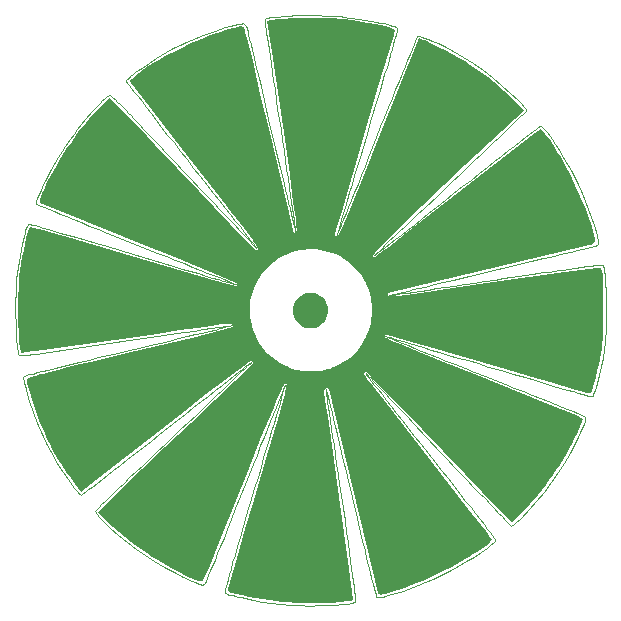
<source format=gbr>
%TF.GenerationSoftware,KiCad,Pcbnew,8.0.4+dfsg-1*%
%TF.CreationDate,2024-08-07T14:19:07+02:00*%
%TF.ProjectId,EMC_antenna,454d435f-616e-4746-956e-6e612e6b6963,rev?*%
%TF.SameCoordinates,Original*%
%TF.FileFunction,Soldermask,Top*%
%TF.FilePolarity,Negative*%
%FSLAX46Y46*%
G04 Gerber Fmt 4.6, Leading zero omitted, Abs format (unit mm)*
G04 Created by KiCad (PCBNEW 8.0.4+dfsg-1) date 2024-08-07 14:19:07*
%MOMM*%
%LPD*%
G01*
G04 APERTURE LIST*
%ADD10C,0.000000*%
%TA.AperFunction,Profile*%
%ADD11C,0.100000*%
%TD*%
G04 APERTURE END LIST*
D10*
%TO.C,AE1*%
G36*
X147458503Y-88710400D02*
G01*
X147692818Y-88790840D01*
X147910697Y-88908750D01*
X148106197Y-89060914D01*
X148273986Y-89243181D01*
X148409486Y-89450579D01*
X148509001Y-89677451D01*
X148569817Y-89917608D01*
X148590275Y-90164500D01*
X148569817Y-90411392D01*
X148509001Y-90651549D01*
X148409486Y-90878421D01*
X148273986Y-91085819D01*
X148106197Y-91268086D01*
X147910697Y-91420250D01*
X147692818Y-91538160D01*
X147458503Y-91618600D01*
X147214144Y-91659377D01*
X146966406Y-91659377D01*
X146722047Y-91618600D01*
X146487732Y-91538160D01*
X146269853Y-91420250D01*
X146074353Y-91268086D01*
X145906564Y-91085819D01*
X145771064Y-90878421D01*
X145671549Y-90651549D01*
X145610733Y-90411392D01*
X145590275Y-90164500D01*
X145610733Y-89917608D01*
X145671549Y-89677451D01*
X145771064Y-89450579D01*
X145906564Y-89243181D01*
X146074353Y-89060914D01*
X146269853Y-88908750D01*
X146487732Y-88790840D01*
X146722047Y-88710400D01*
X146966406Y-88669623D01*
X147214144Y-88669623D01*
X147458503Y-88710400D01*
G37*
G36*
X148045773Y-65395497D02*
G01*
X148943723Y-65442807D01*
X149827347Y-65513685D01*
X150671396Y-65607140D01*
X151450622Y-65722180D01*
X152017080Y-65823137D01*
X152541694Y-65925757D01*
X153014081Y-66027399D01*
X153423859Y-66125425D01*
X153760647Y-66217196D01*
X154014064Y-66300072D01*
X154106263Y-66337349D01*
X154173727Y-66371413D01*
X154215157Y-66401934D01*
X154225703Y-66415762D01*
X154229255Y-66428581D01*
X154111942Y-66853775D01*
X153792526Y-67953000D01*
X152742507Y-71507009D01*
X149801328Y-81463771D01*
X149272242Y-83349016D01*
X149174953Y-83754041D01*
X149163215Y-83890453D01*
X149166855Y-83893801D01*
X149170867Y-83896944D01*
X149175235Y-83899882D01*
X149179946Y-83902615D01*
X149184984Y-83905142D01*
X149190336Y-83907464D01*
X149195985Y-83909579D01*
X149201918Y-83911488D01*
X149214577Y-83914686D01*
X149228195Y-83917054D01*
X149242655Y-83918591D01*
X149257840Y-83919295D01*
X149273634Y-83919164D01*
X149289919Y-83918194D01*
X149306577Y-83916384D01*
X149323493Y-83913732D01*
X149340549Y-83910235D01*
X149357628Y-83905891D01*
X149374613Y-83900698D01*
X149391387Y-83894653D01*
X149425196Y-83844904D01*
X149492160Y-83711455D01*
X149718351Y-83210731D01*
X150055559Y-82427025D01*
X150489381Y-81394881D01*
X151589260Y-78723448D01*
X152902770Y-75472776D01*
X156252889Y-67113558D01*
X156633825Y-67246357D01*
X156783375Y-67303068D01*
X156963821Y-67379239D01*
X157402112Y-67581835D01*
X157918122Y-67837891D01*
X158481277Y-68131157D01*
X159061000Y-68445379D01*
X159626717Y-68764307D01*
X160147853Y-69071687D01*
X160593831Y-69351269D01*
X161101197Y-69692956D01*
X161604989Y-70052046D01*
X162101244Y-70425314D01*
X162585997Y-70809535D01*
X163055285Y-71201485D01*
X163505145Y-71597937D01*
X163931613Y-71995669D01*
X164330724Y-72391454D01*
X165141332Y-73222385D01*
X164376356Y-73929017D01*
X160201976Y-77862152D01*
X154759282Y-83034432D01*
X154021640Y-83744535D01*
X153432997Y-84323479D01*
X152983672Y-84782508D01*
X152808229Y-84970568D01*
X152663985Y-85132866D01*
X152549731Y-85270806D01*
X152464257Y-85385794D01*
X152406352Y-85479236D01*
X152374807Y-85552537D01*
X152368541Y-85582074D01*
X152368411Y-85607103D01*
X152374266Y-85627799D01*
X152385955Y-85644338D01*
X152403326Y-85656896D01*
X152426228Y-85665648D01*
X152488021Y-85672440D01*
X152514608Y-85661951D01*
X152566743Y-85631177D01*
X152742094Y-85512919D01*
X153002949Y-85325955D01*
X153338185Y-85078580D01*
X153736678Y-84779083D01*
X154187303Y-84435758D01*
X154678936Y-84056897D01*
X155200452Y-83650791D01*
X166121587Y-75136682D01*
X166602994Y-74772142D01*
X166958181Y-75202737D01*
X167195066Y-75508271D01*
X167448502Y-75868876D01*
X167715176Y-76277957D01*
X167991773Y-76728919D01*
X168274981Y-77215167D01*
X168561486Y-77730106D01*
X169131132Y-78819674D01*
X169674207Y-79944866D01*
X170164201Y-81052920D01*
X170381009Y-81584032D01*
X170574607Y-82091076D01*
X170741682Y-82567454D01*
X170878919Y-83006573D01*
X171023415Y-83508510D01*
X171078502Y-83711130D01*
X171121035Y-83885124D01*
X171150177Y-84033195D01*
X171165093Y-84158047D01*
X171166955Y-84212610D01*
X171164948Y-84262383D01*
X171158965Y-84307703D01*
X171148904Y-84348908D01*
X171134660Y-84386335D01*
X171116127Y-84420324D01*
X171093203Y-84451212D01*
X171065782Y-84479337D01*
X171033759Y-84505037D01*
X170997031Y-84528650D01*
X170955492Y-84550513D01*
X170909039Y-84570966D01*
X170800971Y-84608989D01*
X170671991Y-84645424D01*
X170347951Y-84724342D01*
X153948669Y-88623856D01*
X153915071Y-88631454D01*
X153883146Y-88639614D01*
X153852908Y-88648305D01*
X153824372Y-88657493D01*
X153797554Y-88667149D01*
X153772467Y-88677239D01*
X153749128Y-88687733D01*
X153727550Y-88698598D01*
X153707749Y-88709803D01*
X153689740Y-88721317D01*
X153673538Y-88733107D01*
X153659157Y-88745141D01*
X153646612Y-88757389D01*
X153635919Y-88769819D01*
X153627093Y-88782398D01*
X153620147Y-88795096D01*
X153615098Y-88807879D01*
X153611959Y-88820718D01*
X153610747Y-88833579D01*
X153611476Y-88846432D01*
X153614160Y-88859245D01*
X153618815Y-88871985D01*
X153625456Y-88884622D01*
X153634097Y-88897123D01*
X153644754Y-88909458D01*
X153657441Y-88921593D01*
X153672174Y-88933498D01*
X153688966Y-88945141D01*
X153707834Y-88956490D01*
X153728792Y-88967513D01*
X153751855Y-88978180D01*
X153777038Y-88988457D01*
X153986056Y-88976061D01*
X154518600Y-88915005D01*
X156411091Y-88666410D01*
X159168169Y-88281676D01*
X162503492Y-87799805D01*
X168637379Y-86913886D01*
X171371221Y-86545406D01*
X171413811Y-86546420D01*
X171453378Y-86549547D01*
X171472076Y-86551943D01*
X171490076Y-86554918D01*
X171507397Y-86558485D01*
X171524059Y-86562663D01*
X171540081Y-86567467D01*
X171555481Y-86572914D01*
X171570281Y-86579020D01*
X171584498Y-86585801D01*
X171598152Y-86593273D01*
X171611262Y-86601454D01*
X171623847Y-86610359D01*
X171635928Y-86620004D01*
X171647522Y-86630406D01*
X171658649Y-86641581D01*
X171669330Y-86653546D01*
X171679581Y-86666316D01*
X171689424Y-86679909D01*
X171698878Y-86694340D01*
X171707961Y-86709626D01*
X171716693Y-86725783D01*
X171733180Y-86760775D01*
X171748494Y-86799448D01*
X171762790Y-86841931D01*
X171776220Y-86888355D01*
X171804342Y-87054451D01*
X171827584Y-87316853D01*
X171859925Y-88078261D01*
X171874241Y-89067951D01*
X171871532Y-90181291D01*
X171852796Y-91313651D01*
X171819032Y-92360402D01*
X171771239Y-93216913D01*
X171742394Y-93541131D01*
X171710416Y-93778553D01*
X171620069Y-94247680D01*
X171506512Y-94773936D01*
X171378746Y-95322229D01*
X171245768Y-95857466D01*
X171116579Y-96344555D01*
X171000177Y-96748403D01*
X170905562Y-97033919D01*
X170869237Y-97121335D01*
X170841733Y-97166008D01*
X170829705Y-97173598D01*
X170810914Y-97178555D01*
X170783939Y-97180473D01*
X170747357Y-97178948D01*
X170699746Y-97173576D01*
X170639683Y-97163952D01*
X170476513Y-97130329D01*
X170246468Y-97074843D01*
X169938168Y-96994258D01*
X169540236Y-96885335D01*
X169041291Y-96744840D01*
X168429954Y-96569535D01*
X167694847Y-96356183D01*
X165807805Y-95802393D01*
X163289132Y-95057578D01*
X160047796Y-94095844D01*
X157483797Y-93341236D01*
X155374163Y-92733218D01*
X153937298Y-92333829D01*
X153539406Y-92231758D01*
X153391609Y-92205109D01*
X153388299Y-92208715D01*
X153385195Y-92212703D01*
X153382297Y-92217056D01*
X153379606Y-92221761D01*
X153377121Y-92226801D01*
X153374842Y-92232164D01*
X153372770Y-92237833D01*
X153370904Y-92243794D01*
X153367795Y-92256532D01*
X153365515Y-92270261D01*
X153364065Y-92284861D01*
X153363448Y-92300214D01*
X153363663Y-92316203D01*
X153364713Y-92332708D01*
X153366599Y-92349611D01*
X153369322Y-92366794D01*
X153372883Y-92384138D01*
X153377284Y-92401525D01*
X153382526Y-92418837D01*
X153388610Y-92435955D01*
X153435082Y-92468690D01*
X153558788Y-92531820D01*
X154021956Y-92742618D01*
X154746211Y-93055057D01*
X155699648Y-93455847D01*
X158166462Y-94469309D01*
X161167173Y-95676670D01*
X166806498Y-97933635D01*
X169530515Y-99040411D01*
X170178472Y-99328123D01*
X169817884Y-100181433D01*
X169628573Y-100612177D01*
X169422726Y-101048090D01*
X169201278Y-101487771D01*
X168965165Y-101929817D01*
X168715321Y-102372827D01*
X168452682Y-102815400D01*
X168178184Y-103256134D01*
X167892761Y-103693628D01*
X167597349Y-104126481D01*
X167292883Y-104553290D01*
X166980299Y-104972655D01*
X166660531Y-105383174D01*
X166334516Y-105783445D01*
X166003188Y-106172067D01*
X165667483Y-106547639D01*
X165328336Y-106908758D01*
X164143598Y-108138273D01*
X162580495Y-106539160D01*
X161616812Y-105541862D01*
X160148415Y-104008560D01*
X156496068Y-100169912D01*
X154726147Y-98317755D01*
X153249358Y-96801000D01*
X152220039Y-95776166D01*
X151921411Y-95497132D01*
X151834544Y-95424520D01*
X151792526Y-95399773D01*
X151773964Y-95400434D01*
X151755922Y-95402375D01*
X151738494Y-95405530D01*
X151721774Y-95409834D01*
X151705854Y-95415221D01*
X151690828Y-95421626D01*
X151676790Y-95428983D01*
X151663833Y-95437228D01*
X151652050Y-95446294D01*
X151641536Y-95456116D01*
X151636783Y-95461291D01*
X151632382Y-95466630D01*
X151628345Y-95472125D01*
X151624684Y-95477769D01*
X151621409Y-95483552D01*
X151618533Y-95489468D01*
X151616068Y-95495507D01*
X151614024Y-95501661D01*
X151612415Y-95507923D01*
X151611251Y-95514284D01*
X151610543Y-95520737D01*
X151610305Y-95527271D01*
X151612466Y-95536563D01*
X151618878Y-95551195D01*
X151644031Y-95595906D01*
X151684918Y-95660259D01*
X151740690Y-95743107D01*
X151893505Y-95959704D01*
X152095699Y-96236530D01*
X152340493Y-96564414D01*
X152621110Y-96934188D01*
X152930772Y-97336684D01*
X153262702Y-97762732D01*
X160455923Y-106959396D01*
X161941076Y-108883945D01*
X162400907Y-109517767D01*
X162405932Y-109550209D01*
X162398607Y-109588474D01*
X162379245Y-109632354D01*
X162348161Y-109681643D01*
X162305670Y-109736133D01*
X162252085Y-109795618D01*
X162112894Y-109928746D01*
X161933101Y-110079369D01*
X161715223Y-110245834D01*
X161461774Y-110426484D01*
X161175269Y-110619665D01*
X160858222Y-110823722D01*
X160513149Y-111036999D01*
X160142564Y-111257841D01*
X159748982Y-111484592D01*
X159334919Y-111715599D01*
X158902888Y-111949204D01*
X158455405Y-112183754D01*
X157994985Y-112417593D01*
X157421801Y-112685998D01*
X156733360Y-112980393D01*
X155981258Y-113281792D01*
X155217092Y-113571207D01*
X154492459Y-113829652D01*
X153858957Y-114038139D01*
X153368182Y-114177681D01*
X153192441Y-114215665D01*
X153071731Y-114229292D01*
X153048794Y-114228632D01*
X153025903Y-114226407D01*
X153003201Y-114222696D01*
X152980832Y-114217577D01*
X152958940Y-114211130D01*
X152937670Y-114203432D01*
X152917165Y-114194563D01*
X152897569Y-114184601D01*
X152879027Y-114173625D01*
X152861682Y-114161714D01*
X152845678Y-114148946D01*
X152831160Y-114135400D01*
X152818272Y-114121154D01*
X152807157Y-114106289D01*
X152797960Y-114090881D01*
X152794125Y-114082999D01*
X152790824Y-114075010D01*
X148617286Y-96828140D01*
X148617041Y-96825241D01*
X148616315Y-96822379D01*
X148615120Y-96819556D01*
X148613467Y-96816778D01*
X148611369Y-96814048D01*
X148608838Y-96811369D01*
X148605885Y-96808745D01*
X148602523Y-96806179D01*
X148598763Y-96803675D01*
X148594618Y-96801237D01*
X148590100Y-96798869D01*
X148585220Y-96796573D01*
X148579991Y-96794355D01*
X148574425Y-96792216D01*
X148568533Y-96790161D01*
X148562328Y-96788194D01*
X148549025Y-96784537D01*
X148534613Y-96781273D01*
X148519187Y-96778432D01*
X148502844Y-96776043D01*
X148485679Y-96774134D01*
X148467788Y-96772734D01*
X148449267Y-96771873D01*
X148430213Y-96771580D01*
X148420626Y-96771865D01*
X148411162Y-96772712D01*
X148401833Y-96774106D01*
X148392651Y-96776034D01*
X148383629Y-96778482D01*
X148374777Y-96781434D01*
X148366109Y-96784879D01*
X148357636Y-96788801D01*
X148349369Y-96793186D01*
X148341322Y-96798021D01*
X148333506Y-96803291D01*
X148325932Y-96808984D01*
X148318613Y-96815083D01*
X148311561Y-96821577D01*
X148304787Y-96828450D01*
X148298304Y-96835688D01*
X148292123Y-96843278D01*
X148286257Y-96851206D01*
X148280718Y-96859458D01*
X148275517Y-96868019D01*
X148270666Y-96876876D01*
X148266177Y-96886015D01*
X148262062Y-96895421D01*
X148258334Y-96905081D01*
X148255004Y-96914981D01*
X148252084Y-96925107D01*
X148249586Y-96935444D01*
X148247521Y-96945980D01*
X148245903Y-96956699D01*
X148244742Y-96967588D01*
X148244052Y-96978632D01*
X148243842Y-96989819D01*
X148342026Y-97762946D01*
X148608990Y-99706663D01*
X149486083Y-105932181D01*
X150350337Y-112106186D01*
X150603440Y-113994145D01*
X150684753Y-114699186D01*
X150674646Y-114704155D01*
X150653565Y-114710170D01*
X150622101Y-114717148D01*
X150580842Y-114725008D01*
X150471293Y-114743048D01*
X150329630Y-114763637D01*
X150160564Y-114786119D01*
X149968806Y-114809843D01*
X149759066Y-114834153D01*
X149536056Y-114858397D01*
X149008315Y-114903344D01*
X148421740Y-114934589D01*
X147793471Y-114952204D01*
X147140647Y-114956257D01*
X146480407Y-114946820D01*
X145829891Y-114923963D01*
X145206238Y-114887756D01*
X144626586Y-114838270D01*
X144626403Y-114838408D01*
X144165810Y-114783990D01*
X143629129Y-114708151D01*
X143046051Y-114616175D01*
X142446264Y-114513349D01*
X141859456Y-114404955D01*
X141315317Y-114296281D01*
X140843535Y-114192609D01*
X140473800Y-114099226D01*
X140409766Y-114080622D01*
X140351591Y-114062257D01*
X140299117Y-114043997D01*
X140252185Y-114025709D01*
X140210637Y-114007262D01*
X140174315Y-113988523D01*
X140143060Y-113969358D01*
X140116714Y-113949636D01*
X140105332Y-113939524D01*
X140095118Y-113929223D01*
X140086052Y-113918716D01*
X140078114Y-113907987D01*
X140071285Y-113897020D01*
X140065544Y-113885796D01*
X140060872Y-113874301D01*
X140057249Y-113862517D01*
X140054655Y-113850428D01*
X140053070Y-113838017D01*
X140052475Y-113825267D01*
X140052850Y-113812163D01*
X140056430Y-113784824D01*
X140063651Y-113755865D01*
X140825309Y-111113310D01*
X141533635Y-108681475D01*
X142256278Y-106249640D01*
X143391110Y-102447452D01*
X144297830Y-99339055D01*
X144888410Y-97231119D01*
X145037638Y-96648160D01*
X145074821Y-96430317D01*
X145071357Y-96427143D01*
X145067520Y-96424170D01*
X145063323Y-96421400D01*
X145058780Y-96418832D01*
X145053907Y-96416467D01*
X145048718Y-96414304D01*
X145043226Y-96412343D01*
X145037447Y-96410585D01*
X145025084Y-96407675D01*
X145011745Y-96405576D01*
X144997544Y-96404287D01*
X144982597Y-96403810D01*
X144967019Y-96404143D01*
X144950927Y-96405288D01*
X144934435Y-96407245D01*
X144917658Y-96410014D01*
X144900713Y-96413595D01*
X144883715Y-96417990D01*
X144866779Y-96423197D01*
X144850021Y-96429218D01*
X144818507Y-96473235D01*
X144758275Y-96589879D01*
X144557955Y-97026044D01*
X144261647Y-97707696D01*
X143881941Y-98604818D01*
X142922685Y-100925403D01*
X141780891Y-103747664D01*
X139584754Y-109219398D01*
X138447951Y-111991708D01*
X138154436Y-112652290D01*
X137978918Y-112982068D01*
X137872453Y-113095728D01*
X137786095Y-113107954D01*
X137692529Y-113091580D01*
X137547736Y-113044888D01*
X137357652Y-112970905D01*
X137128209Y-112872659D01*
X136574985Y-112615486D01*
X135935536Y-112297587D01*
X135257332Y-111943181D01*
X134587846Y-111576485D01*
X133974549Y-111221717D01*
X133703806Y-111056375D01*
X133464913Y-110903097D01*
X132985370Y-110573048D01*
X132465120Y-110192641D01*
X131924059Y-109778071D01*
X131382084Y-109345534D01*
X130859092Y-108911225D01*
X130374980Y-108491340D01*
X129949645Y-108102072D01*
X129602982Y-107759619D01*
X129108216Y-107243528D01*
X130382264Y-105967100D01*
X131294306Y-105077874D01*
X132835767Y-103600288D01*
X134791288Y-101739907D01*
X136945511Y-99702292D01*
X138996565Y-97755559D01*
X140671170Y-96142618D01*
X141796872Y-95031243D01*
X142099993Y-94716071D01*
X142177189Y-94627790D01*
X142201217Y-94589207D01*
X142199250Y-94582834D01*
X142196810Y-94576582D01*
X142193910Y-94570458D01*
X142190566Y-94564467D01*
X142186792Y-94558618D01*
X142182602Y-94552917D01*
X142178011Y-94547372D01*
X142173034Y-94541989D01*
X142167684Y-94536776D01*
X142161977Y-94531739D01*
X142155926Y-94526885D01*
X142149547Y-94522222D01*
X142142854Y-94517756D01*
X142135861Y-94513495D01*
X142128583Y-94509445D01*
X142121034Y-94505613D01*
X142113229Y-94502008D01*
X142105182Y-94498634D01*
X142096908Y-94495501D01*
X142088422Y-94492614D01*
X142079737Y-94489980D01*
X142070868Y-94487607D01*
X142061830Y-94485502D01*
X142052638Y-94483672D01*
X142043305Y-94482123D01*
X142033846Y-94480862D01*
X142024276Y-94479898D01*
X142014610Y-94479236D01*
X142004861Y-94478884D01*
X141995044Y-94478848D01*
X141985174Y-94479136D01*
X141975265Y-94479756D01*
X141925672Y-94504888D01*
X141818631Y-94575579D01*
X141444446Y-94844280D01*
X140877209Y-95267157D01*
X140141417Y-95825507D01*
X138262154Y-97273820D01*
X136002632Y-99039602D01*
X131542064Y-102538975D01*
X128934564Y-104570608D01*
X127646684Y-105557028D01*
X127398454Y-105248556D01*
X127103078Y-104859081D01*
X126763972Y-104374614D01*
X126398297Y-103822787D01*
X126023218Y-103231231D01*
X125655897Y-102627577D01*
X125313497Y-102039457D01*
X125013180Y-101494503D01*
X124772111Y-101020346D01*
X124492557Y-100399737D01*
X124198603Y-99684219D01*
X123907076Y-98922382D01*
X123634805Y-98162822D01*
X123398617Y-97454130D01*
X123215340Y-96844901D01*
X123101802Y-96383727D01*
X123076444Y-96223846D01*
X123074830Y-96119202D01*
X123077865Y-96090160D01*
X123079369Y-96063357D01*
X123081243Y-96038273D01*
X123085388Y-96014389D01*
X123088907Y-96002735D01*
X123093706Y-95991186D01*
X123100025Y-95979677D01*
X123108099Y-95968143D01*
X123118168Y-95956520D01*
X123130468Y-95944743D01*
X123145237Y-95932746D01*
X123162714Y-95920466D01*
X123183135Y-95907836D01*
X123206739Y-95894792D01*
X123233763Y-95881269D01*
X123264444Y-95867202D01*
X123337732Y-95837177D01*
X123428502Y-95804199D01*
X123538657Y-95767746D01*
X123670099Y-95727301D01*
X123824728Y-95682344D01*
X124004446Y-95632356D01*
X124211155Y-95576818D01*
X124446756Y-95515209D01*
X124713151Y-95447012D01*
X125012241Y-95371706D01*
X125716111Y-95197693D01*
X126573580Y-94989016D01*
X127599858Y-94741521D01*
X128810157Y-94451054D01*
X131843666Y-93724587D01*
X137039763Y-92478305D01*
X139592282Y-91848152D01*
X140169730Y-91687567D01*
X140437320Y-91589146D01*
X140491486Y-91553677D01*
X140512066Y-91522265D01*
X140510978Y-91456303D01*
X140510601Y-91447045D01*
X140509481Y-91437955D01*
X140507632Y-91429042D01*
X140505070Y-91420314D01*
X140501807Y-91411779D01*
X140497861Y-91403446D01*
X140493244Y-91395322D01*
X140487972Y-91387416D01*
X140482060Y-91379735D01*
X140475523Y-91372289D01*
X140468374Y-91365086D01*
X140460630Y-91358133D01*
X140452303Y-91351440D01*
X140443411Y-91345013D01*
X140433966Y-91338862D01*
X140423984Y-91332994D01*
X140413479Y-91327418D01*
X140402467Y-91322143D01*
X140390962Y-91317175D01*
X140378978Y-91312525D01*
X140366531Y-91308199D01*
X140353635Y-91304206D01*
X140340305Y-91300554D01*
X140326556Y-91297252D01*
X140312402Y-91294307D01*
X140297858Y-91291728D01*
X140282939Y-91289524D01*
X140267659Y-91287701D01*
X140252034Y-91286270D01*
X140236078Y-91285237D01*
X140219805Y-91284611D01*
X140203231Y-91284401D01*
X140012150Y-91303327D01*
X139584018Y-91357571D01*
X138125554Y-91556796D01*
X136045734Y-91851648D01*
X133562455Y-92211701D01*
X124449885Y-93532178D01*
X122964053Y-93724469D01*
X122682459Y-93746139D01*
X122591730Y-93734352D01*
X122566533Y-93697514D01*
X122542380Y-93639151D01*
X122497312Y-93462236D01*
X122456738Y-93212384D01*
X122420872Y-92898370D01*
X122364119Y-92112958D01*
X122328764Y-91176209D01*
X122317205Y-90215555D01*
X141940564Y-90215555D01*
X141962482Y-90623120D01*
X142017435Y-91027042D01*
X142104290Y-91425160D01*
X142221908Y-91815312D01*
X142369156Y-92195336D01*
X142544896Y-92563072D01*
X142747994Y-92916357D01*
X142977314Y-93253029D01*
X143231719Y-93570927D01*
X143510074Y-93867890D01*
X143811243Y-94141756D01*
X144134091Y-94390363D01*
X144477481Y-94611549D01*
X144656525Y-94711185D01*
X144840278Y-94803154D01*
X145093433Y-94915929D01*
X145347975Y-95015369D01*
X145603728Y-95101465D01*
X145860517Y-95174209D01*
X146118165Y-95233592D01*
X146376498Y-95279606D01*
X146635340Y-95312242D01*
X146894515Y-95331492D01*
X147153849Y-95337347D01*
X147413165Y-95329798D01*
X147672288Y-95308838D01*
X147931043Y-95274458D01*
X148189254Y-95226649D01*
X148446746Y-95165402D01*
X148703343Y-95090710D01*
X148958869Y-95002564D01*
X149277013Y-94871921D01*
X149580403Y-94722881D01*
X149868830Y-94556412D01*
X150142087Y-94373482D01*
X150399966Y-94175058D01*
X150642257Y-93962108D01*
X150868754Y-93735599D01*
X151079247Y-93496501D01*
X151273528Y-93245780D01*
X151451390Y-92984404D01*
X151612624Y-92713341D01*
X151757022Y-92433559D01*
X151884375Y-92146026D01*
X151994475Y-91851709D01*
X152087115Y-91551576D01*
X152162086Y-91246595D01*
X152219179Y-90937735D01*
X152258187Y-90625962D01*
X152278901Y-90312244D01*
X152281114Y-89997549D01*
X152264616Y-89682846D01*
X152229199Y-89369101D01*
X152174657Y-89057283D01*
X152100779Y-88748359D01*
X152007358Y-88443298D01*
X151894186Y-88143066D01*
X151761055Y-87848632D01*
X151607756Y-87560964D01*
X151434081Y-87281029D01*
X151239822Y-87009796D01*
X151024770Y-86748231D01*
X150788719Y-86497303D01*
X150501556Y-86231272D01*
X150203204Y-85992213D01*
X149894863Y-85779729D01*
X149577732Y-85593426D01*
X149253011Y-85432906D01*
X148921900Y-85297774D01*
X148585599Y-85187633D01*
X148245307Y-85102089D01*
X147902224Y-85040744D01*
X147557550Y-85003203D01*
X147212484Y-84989070D01*
X146868227Y-84997948D01*
X146525977Y-85029442D01*
X146186936Y-85083156D01*
X145852301Y-85158694D01*
X145523274Y-85255660D01*
X145201053Y-85373657D01*
X144886839Y-85512290D01*
X144581832Y-85671163D01*
X144287230Y-85849879D01*
X144004234Y-86048043D01*
X143734044Y-86265259D01*
X143477859Y-86501131D01*
X143236879Y-86755262D01*
X143012303Y-87027258D01*
X142805332Y-87316720D01*
X142617165Y-87623255D01*
X142449001Y-87946465D01*
X142302042Y-88285955D01*
X142177485Y-88641329D01*
X142076532Y-89012191D01*
X142000381Y-89398144D01*
X141972115Y-89602106D01*
X141952819Y-89806509D01*
X141940564Y-90215555D01*
X122317205Y-90215555D01*
X122316517Y-90158328D01*
X122329087Y-89129522D01*
X122368184Y-88159998D01*
X122398214Y-87719406D01*
X122435518Y-87319962D01*
X122501038Y-86789403D01*
X122584877Y-86217606D01*
X122681934Y-85631129D01*
X122787106Y-85056530D01*
X122895292Y-84520369D01*
X123001390Y-84049203D01*
X123100298Y-83669591D01*
X123145461Y-83522418D01*
X123186914Y-83408093D01*
X123321763Y-83076702D01*
X124464982Y-83387837D01*
X125317247Y-83629969D01*
X126792665Y-84059240D01*
X130783638Y-85236553D01*
X138864122Y-87616110D01*
X140400938Y-88039184D01*
X140734495Y-88113710D01*
X140850913Y-88117718D01*
X140854158Y-88114175D01*
X140857198Y-88110260D01*
X140860033Y-88105986D01*
X140862664Y-88101369D01*
X140865089Y-88096422D01*
X140867310Y-88091161D01*
X140869326Y-88085600D01*
X140871137Y-88079754D01*
X140874144Y-88067261D01*
X140876330Y-88053800D01*
X140877695Y-88039487D01*
X140878237Y-88024438D01*
X140877957Y-88008767D01*
X140876854Y-87992593D01*
X140874926Y-87976030D01*
X140872175Y-87959194D01*
X140868598Y-87942203D01*
X140864196Y-87925171D01*
X140858968Y-87908214D01*
X140852912Y-87891449D01*
X140803797Y-87857979D01*
X140672331Y-87792009D01*
X140179350Y-87569637D01*
X139407962Y-87238467D01*
X138392162Y-86812633D01*
X135763301Y-85733512D01*
X132564721Y-84445347D01*
X126710467Y-82097389D01*
X124185289Y-81065042D01*
X124175188Y-81057640D01*
X124166373Y-81048674D01*
X124158862Y-81038091D01*
X124152669Y-81025839D01*
X124147812Y-81011866D01*
X124144306Y-80996118D01*
X124142168Y-80978544D01*
X124141414Y-80959092D01*
X124142061Y-80937708D01*
X124144124Y-80914342D01*
X124147620Y-80888939D01*
X124152565Y-80861449D01*
X124158976Y-80831819D01*
X124166868Y-80799996D01*
X124176258Y-80765929D01*
X124187162Y-80729564D01*
X124213577Y-80649733D01*
X124246244Y-80560086D01*
X124285293Y-80460203D01*
X124330853Y-80349666D01*
X124383055Y-80228057D01*
X124442029Y-80094957D01*
X124507904Y-79949946D01*
X124580812Y-79792607D01*
X124798664Y-79338128D01*
X125025683Y-78887331D01*
X125261576Y-78440653D01*
X125506051Y-77998529D01*
X125758815Y-77561394D01*
X126019576Y-77129683D01*
X126288042Y-76703833D01*
X126563920Y-76284278D01*
X126846918Y-75871453D01*
X127136744Y-75465796D01*
X127433105Y-75067739D01*
X127735709Y-74677720D01*
X128044264Y-74296174D01*
X128358477Y-73923535D01*
X128678056Y-73560240D01*
X129002709Y-73206724D01*
X129992806Y-72151876D01*
X130315049Y-72396110D01*
X130364916Y-72439099D01*
X130446821Y-72516415D01*
X130699345Y-72766370D01*
X131057828Y-73130659D01*
X131507476Y-73593962D01*
X132621095Y-74756335D01*
X133921852Y-76130941D01*
X137648240Y-80080415D01*
X140278932Y-82843393D01*
X141865480Y-84473575D01*
X142283309Y-84880648D01*
X142459434Y-85024658D01*
X142501428Y-85033706D01*
X142537726Y-85037686D01*
X142553673Y-85037677D01*
X142568117Y-85036282D01*
X142581030Y-85033460D01*
X142592387Y-85029173D01*
X142602161Y-85023380D01*
X142610326Y-85016042D01*
X142616854Y-85007120D01*
X142621720Y-84996572D01*
X142624898Y-84984360D01*
X142626359Y-84970443D01*
X142626079Y-84954782D01*
X142624030Y-84937338D01*
X142614522Y-84896938D01*
X142597621Y-84848925D01*
X142573116Y-84792981D01*
X142540796Y-84728787D01*
X142500448Y-84656026D01*
X142451860Y-84574379D01*
X142394821Y-84483528D01*
X142329117Y-84383155D01*
X142254538Y-84272941D01*
X142170871Y-84152569D01*
X142077904Y-84021720D01*
X141975426Y-83880076D01*
X141741086Y-83563129D01*
X141466155Y-83199183D01*
X141148937Y-82785692D01*
X140787737Y-82320111D01*
X140380858Y-81799893D01*
X139926605Y-81222493D01*
X136191091Y-76472210D01*
X133664320Y-73227067D01*
X132238714Y-71347575D01*
X131905230Y-70876358D01*
X131806694Y-70694246D01*
X131810192Y-70687086D01*
X131816549Y-70677929D01*
X131837541Y-70653862D01*
X131869076Y-70622518D01*
X131910558Y-70584372D01*
X131961392Y-70539898D01*
X132020983Y-70489572D01*
X132164053Y-70373258D01*
X132335006Y-70239226D01*
X132529080Y-70091271D01*
X132741511Y-69933189D01*
X132967537Y-69768776D01*
X133355426Y-69502182D01*
X133787415Y-69227537D01*
X134257160Y-68947726D01*
X134758319Y-68665635D01*
X135829497Y-68106163D01*
X136950196Y-67572212D01*
X138069664Y-67086877D01*
X138613076Y-66869657D01*
X139137148Y-66673250D01*
X139635536Y-66500543D01*
X140101896Y-66354422D01*
X140529883Y-66237775D01*
X140913154Y-66153488D01*
X140986239Y-66140289D01*
X141051847Y-66129649D01*
X141110538Y-66121767D01*
X141162876Y-66116841D01*
X141209421Y-66115069D01*
X141250737Y-66116649D01*
X141269610Y-66118759D01*
X141287386Y-66121780D01*
X141304135Y-66125739D01*
X141319929Y-66130660D01*
X141334836Y-66136568D01*
X141348928Y-66143487D01*
X141362274Y-66151443D01*
X141374945Y-66160459D01*
X141387012Y-66170562D01*
X141398544Y-66181775D01*
X141409611Y-66194124D01*
X141420285Y-66207632D01*
X141440730Y-66238230D01*
X141460442Y-66273765D01*
X141479984Y-66314437D01*
X141499915Y-66360443D01*
X141565547Y-66592521D01*
X141706065Y-67143554D01*
X142176781Y-69058566D01*
X142842111Y-71817632D01*
X143632102Y-75132905D01*
X145067825Y-81137282D01*
X145697494Y-83667187D01*
X145700531Y-83669855D01*
X145703896Y-83672122D01*
X145707576Y-83673995D01*
X145711558Y-83675479D01*
X145715830Y-83676580D01*
X145720380Y-83677302D01*
X145725194Y-83677652D01*
X145730260Y-83677635D01*
X145735565Y-83677257D01*
X145741097Y-83676522D01*
X145746844Y-83675437D01*
X145752791Y-83674007D01*
X145758927Y-83672237D01*
X145765240Y-83670134D01*
X145771716Y-83667702D01*
X145778343Y-83664947D01*
X145791998Y-83658490D01*
X145806106Y-83650807D01*
X145820564Y-83641943D01*
X145835271Y-83631940D01*
X145850128Y-83620845D01*
X145865031Y-83608699D01*
X145879881Y-83595549D01*
X145894576Y-83581436D01*
X145903266Y-83565060D01*
X145909533Y-83535437D01*
X145914596Y-83434884D01*
X145909360Y-83276652D01*
X145893418Y-83057614D01*
X145827787Y-82424614D01*
X145714449Y-81510874D01*
X145550149Y-80291385D01*
X145331631Y-78741137D01*
X145055642Y-76835118D01*
X144718925Y-74548318D01*
X143795208Y-68261861D01*
X143423858Y-65633837D01*
X143433206Y-65630743D01*
X143456236Y-65626216D01*
X143540488Y-65613214D01*
X143670906Y-65595538D01*
X143841781Y-65573892D01*
X144282068Y-65521520D01*
X144815681Y-65461746D01*
X145518451Y-65404878D01*
X146307888Y-65375541D01*
X147158745Y-65372744D01*
X148045773Y-65395497D01*
G37*
%TD*%
D11*
%TO.C,AE1*%
X122095379Y-90333310D02*
X122114329Y-91353790D01*
X122100009Y-89302550D02*
X122095379Y-90333310D01*
X122111829Y-88805440D02*
X122100009Y-89302550D01*
X122114329Y-91353790D02*
X122131979Y-91838060D01*
X122130359Y-88332300D02*
X122111829Y-88805440D01*
X122131979Y-91838060D02*
X122154719Y-92293220D01*
X122154719Y-92293220D02*
X122182279Y-92710430D01*
X122155849Y-87891980D02*
X122130359Y-88332300D01*
X122182279Y-92710430D02*
X122214399Y-93080830D01*
X122188569Y-87493320D02*
X122155849Y-87891980D01*
X122214399Y-93080830D02*
X122250809Y-93395580D01*
X122250809Y-93395580D02*
X122291239Y-93645840D01*
X122291239Y-93645840D02*
X122335419Y-93822750D01*
X122335419Y-93822750D02*
X122383079Y-93917470D01*
X122383079Y-93917470D02*
X122422899Y-93944020D01*
X122385429Y-86002490D02*
X122188569Y-87493320D01*
X122422899Y-93944020D02*
X122486889Y-93960610D01*
X122486889Y-93960610D02*
X122583389Y-93966670D01*
X122583389Y-93966670D02*
X122720739Y-93961650D01*
X122660269Y-84538050D02*
X122385429Y-86002490D01*
X122720739Y-93961650D02*
X122907289Y-93944980D01*
X122733699Y-84210590D02*
X122660269Y-84538050D01*
X122773069Y-95952880D02*
X122790889Y-96069090D01*
X122773789Y-95800560D02*
X122773069Y-95952880D01*
X122790889Y-96069090D02*
X122821709Y-96219580D01*
X122807019Y-83907810D02*
X122733699Y-84210590D01*
X122818669Y-95717040D02*
X122773789Y-95800560D01*
X122821709Y-96219580D02*
X122866169Y-96410060D01*
X122866169Y-96410060D02*
X122868866Y-96420901D01*
X122868056Y-96417643D02*
X122988694Y-96902205D01*
X122868866Y-96420901D02*
X122924919Y-96646200D01*
X122874779Y-95695870D02*
X122818669Y-95717040D01*
X122879249Y-83634310D02*
X122807019Y-83907810D01*
X122907289Y-93944980D02*
X123151369Y-93916110D01*
X122924919Y-96646200D02*
X122868056Y-96417643D01*
X122949369Y-83394690D02*
X122879249Y-83634310D01*
X122988694Y-96902205D02*
X123264986Y-97861919D01*
X123016409Y-83193560D02*
X122949369Y-83394690D01*
X123018759Y-95654110D02*
X122874779Y-95695870D01*
X123079349Y-83035520D02*
X123016409Y-83193560D01*
X123137219Y-82925170D02*
X123079349Y-83035520D01*
X123151369Y-93916110D02*
X123461339Y-93874480D01*
X123188999Y-82867120D02*
X123137219Y-82925170D01*
X123233759Y-82866930D02*
X123188999Y-82867120D01*
X123246049Y-95592900D02*
X123018759Y-95654110D01*
X123264986Y-97861919D02*
X123580788Y-98809367D01*
X123338759Y-82885700D02*
X123233759Y-82866930D01*
X123461339Y-93874480D02*
X123845519Y-93819510D01*
X123505599Y-82923880D02*
X123338759Y-82885700D01*
X123552099Y-95513340D02*
X123246049Y-95592900D01*
X123580788Y-98809367D02*
X123935558Y-99742923D01*
X123735859Y-82981930D02*
X123505599Y-82923880D01*
X123832769Y-81004400D02*
X123834159Y-81094330D01*
X123834159Y-81094330D02*
X123861029Y-81152880D01*
X123845519Y-93819510D02*
X128832059Y-93093680D01*
X123860599Y-80873080D02*
X123832769Y-81004400D01*
X123861029Y-81152880D02*
X123913589Y-81180890D01*
X123913589Y-81180890D02*
X124050429Y-81242160D01*
X123921339Y-80690320D02*
X123860599Y-80873080D01*
X123932329Y-95416550D02*
X123552099Y-95513340D01*
X123935558Y-99742923D02*
X124328687Y-100660985D01*
X124018699Y-80446110D02*
X123921339Y-80690320D01*
X124031139Y-83060300D02*
X123735859Y-82981930D01*
X124050429Y-81242160D02*
X124267189Y-81334920D01*
X124156409Y-80130430D02*
X124018699Y-80446110D01*
X124241559Y-79942650D02*
X124156409Y-80130430D01*
X124267189Y-81334920D02*
X124559489Y-81457410D01*
X124328687Y-100660985D02*
X124759501Y-101561977D01*
X124338179Y-79733240D02*
X124241559Y-79942650D01*
X124382199Y-95303660D02*
X123932329Y-95416550D01*
X124393029Y-83159450D02*
X124031139Y-83060300D01*
X124446739Y-79500950D02*
X124338179Y-79733240D01*
X124559489Y-81457410D02*
X124922989Y-81607850D01*
X124567709Y-79244520D02*
X124446739Y-79500950D01*
X124759501Y-101561977D02*
X124991125Y-102004362D01*
X124823129Y-83279840D02*
X124393029Y-83159450D01*
X124897149Y-95175780D02*
X124382199Y-95303660D01*
X124922989Y-81607850D02*
X125353309Y-81784470D01*
X124989179Y-78401930D02*
X124567709Y-79244520D01*
X124991125Y-102004362D02*
X125710199Y-103236910D01*
X125323039Y-83421920D02*
X124823129Y-83279840D01*
X125353309Y-81784470D02*
X125846099Y-81985520D01*
X125452219Y-77579790D02*
X124989179Y-78401930D01*
X125472619Y-95034030D02*
X124897149Y-95175780D01*
X125710199Y-103236910D02*
X126525399Y-104462800D01*
X125713479Y-77152630D02*
X125452219Y-77579790D01*
X125846099Y-81985520D02*
X126396979Y-82209210D01*
X125894339Y-83586140D02*
X125323039Y-83421920D01*
X126002119Y-76702080D02*
X125713479Y-77152630D01*
X126104049Y-94879530D02*
X125472619Y-95034030D01*
X126323799Y-76218620D02*
X126002119Y-76702080D01*
X126396979Y-82209210D02*
X127001599Y-82453780D01*
X126525399Y-104462800D02*
X126721029Y-104735390D01*
X126538619Y-83772970D02*
X125894339Y-83586140D01*
X126684179Y-75692770D02*
X126323799Y-76218620D01*
X126721029Y-104735390D02*
X126907199Y-104985650D01*
X126786889Y-94713400D02*
X126104049Y-94879530D01*
X126907199Y-104985650D02*
X127080819Y-105209220D01*
X127001599Y-82453780D02*
X127655579Y-82717470D01*
X127015619Y-75222850D02*
X126684179Y-75692770D01*
X127080819Y-105209220D02*
X127238799Y-105401710D01*
X127238799Y-105401710D02*
X127378039Y-105558740D01*
X127257489Y-83982860D02*
X126538619Y-83772970D01*
X127333179Y-74789810D02*
X127015619Y-75222850D01*
X127378039Y-105558740D02*
X127495449Y-105675930D01*
X127495449Y-105675930D02*
X127587929Y-105748900D01*
X127516579Y-94536760D02*
X126786889Y-94713400D01*
X127587929Y-105748900D02*
X127652399Y-105773270D01*
X127642679Y-74386610D02*
X127333179Y-74789810D01*
X127652399Y-105773270D02*
X127705089Y-105743270D01*
X127655579Y-82717470D02*
X128354579Y-82998500D01*
X127705089Y-105743270D02*
X127829649Y-105656100D01*
X127829649Y-105656100D02*
X128022329Y-105514690D01*
X127949959Y-74006220D02*
X127642679Y-74386610D01*
X128022329Y-105514690D02*
X128279339Y-105321950D01*
X128052539Y-84216260D02*
X127257489Y-83982860D01*
X128279339Y-105321950D02*
X128596919Y-105080810D01*
X128288559Y-94350720D02*
X127516579Y-94536760D01*
X128354579Y-82998500D02*
X129094219Y-83295110D01*
X128581189Y-73285750D02*
X127949959Y-74006220D01*
X128596919Y-105080810D02*
X128971289Y-104794200D01*
X128832059Y-93093680D02*
X136409369Y-91988280D01*
X128845649Y-107134590D02*
X128852049Y-107175370D01*
X128852049Y-107175370D02*
X128881799Y-107236120D01*
X128881799Y-107236120D02*
X128933229Y-107315070D01*
X128882209Y-107088780D02*
X128845649Y-107134590D01*
X128925359Y-84473630D02*
X128052539Y-84216260D01*
X128933229Y-107315070D02*
X129004669Y-107410480D01*
X128971289Y-104794200D02*
X129398689Y-104465040D01*
X128984289Y-106981430D02*
X128882209Y-107088780D01*
X129004669Y-107410480D02*
X129200889Y-107643660D01*
X129094219Y-83295110D02*
X129870139Y-83605520D01*
X129098269Y-94156410D02*
X128288559Y-94350720D01*
X129148509Y-106815750D02*
X128984289Y-106981430D01*
X129200889Y-107643660D02*
X129457099Y-107921650D01*
X129273539Y-72572170D02*
X128581189Y-73285750D01*
X129371519Y-106595000D02*
X129148509Y-106815750D01*
X129398689Y-104465040D02*
X129875329Y-104096250D01*
X129452559Y-72397720D02*
X129273539Y-72572170D01*
X129457099Y-107921650D02*
X130096079Y-108555970D01*
X129604889Y-72254500D02*
X129452559Y-72397720D01*
X129649939Y-106322410D02*
X129371519Y-106595000D01*
X129733059Y-72140570D02*
X129604889Y-72254500D01*
X129839589Y-72054030D02*
X129733059Y-72140570D01*
X129870139Y-83605520D02*
X130677979Y-83927980D01*
X129875329Y-104096250D02*
X130397459Y-103690760D01*
X129877539Y-84755430D02*
X128925359Y-84473630D01*
X129927029Y-71992930D02*
X129839589Y-72054030D01*
X129941149Y-93954940D02*
X129098269Y-94156410D01*
X129980409Y-106001200D02*
X129649939Y-106322410D01*
X129997879Y-71955360D02*
X129927029Y-71992930D01*
X130054689Y-71939390D02*
X129997879Y-71955360D01*
X130096079Y-108555970D02*
X130814759Y-109201280D01*
X130099979Y-71943090D02*
X130054689Y-71939390D01*
X130142919Y-71961880D02*
X130099979Y-71943090D01*
X130200269Y-71999010D02*
X130142919Y-71961880D01*
X130279619Y-72062360D02*
X130200269Y-71999010D01*
X130359579Y-105634610D02*
X129980409Y-106001200D01*
X130388559Y-72159770D02*
X130279619Y-72062360D01*
X130397459Y-103690760D02*
X130961299Y-103251480D01*
X130534669Y-72299110D02*
X130388559Y-72159770D01*
X130677979Y-83927980D02*
X131513369Y-84260700D01*
X130725539Y-72488230D02*
X130534669Y-72299110D01*
X130784059Y-105225880D02*
X130359579Y-105634610D01*
X130812649Y-93747430D02*
X129941149Y-93954940D01*
X130814759Y-109201280D02*
X131529799Y-109783300D01*
X130910679Y-85062100D02*
X129877539Y-84755430D01*
X130961299Y-103251480D02*
X131563069Y-102781360D01*
X130968759Y-72734990D02*
X130725539Y-72488230D01*
X131250509Y-104778240D02*
X130784059Y-105225880D01*
X131271909Y-73047260D02*
X130968759Y-72734990D01*
X131448339Y-73230410D02*
X131271909Y-73047260D01*
X131467199Y-70735160D02*
X131497219Y-70787790D01*
X131491589Y-70670750D02*
X131467199Y-70735160D01*
X131497219Y-70787790D02*
X131584459Y-70912240D01*
X131513369Y-84260700D02*
X132371959Y-84601930D01*
X131529799Y-109783300D02*
X132285159Y-110351720D01*
X131563069Y-102781360D02*
X132198999Y-102283300D01*
X131564629Y-70578360D02*
X131491589Y-70670750D01*
X131584459Y-70912240D02*
X131725999Y-71104730D01*
X131642589Y-73432880D02*
X131448339Y-73230410D01*
X131681929Y-70461060D02*
X131564629Y-70578360D01*
X131708209Y-93535010D02*
X130812649Y-93747430D01*
X131725999Y-71104730D02*
X131918889Y-71361490D01*
X131755539Y-104294930D02*
X131250509Y-104778240D01*
X131839119Y-70321960D02*
X131681929Y-70461060D01*
X131855619Y-73655660D02*
X131642589Y-73432880D01*
X131918889Y-71361490D02*
X132160229Y-71678760D01*
X132026379Y-85394120D02*
X130910679Y-85062100D01*
X132031789Y-70164130D02*
X131839119Y-70321960D01*
X132088379Y-73899730D02*
X131855619Y-73655660D01*
X132160229Y-71678760D02*
X132447079Y-72052770D01*
X132198999Y-102283300D02*
X132865329Y-101760230D01*
X132255579Y-69990680D02*
X132031789Y-70164130D01*
X132285159Y-110351720D02*
X133069759Y-110899640D01*
X132295809Y-103779170D02*
X131755539Y-104294930D01*
X132341809Y-74166060D02*
X132088379Y-73899730D01*
X132371959Y-84601930D02*
X133229969Y-84942740D01*
X132447079Y-72052770D02*
X132776509Y-72479750D01*
X132506089Y-69804690D02*
X132255579Y-69990680D01*
X132602899Y-93322990D02*
X131708209Y-93535010D01*
X132616859Y-74455650D02*
X132341809Y-74166060D01*
X132776509Y-72479750D02*
X133145609Y-72955940D01*
X132778939Y-69609250D02*
X132506089Y-69804690D01*
X132865329Y-101760230D02*
X133558279Y-101215080D01*
X132867949Y-103234200D02*
X132295809Y-103779170D01*
X132914489Y-74769470D02*
X132616859Y-74455650D01*
X132915089Y-85658720D02*
X132026379Y-85394120D01*
X133069759Y-110899640D02*
X133872509Y-111420140D01*
X133145609Y-72955940D02*
X133551439Y-73477560D01*
X133229969Y-84942740D02*
X134063679Y-85274230D01*
X133235629Y-75108500D02*
X132914489Y-74769470D01*
X133468589Y-102663260D02*
X132867949Y-103234200D01*
X133471839Y-93116700D02*
X132602899Y-93322990D01*
X133551439Y-73477560D02*
X133991069Y-74040850D01*
X133558279Y-101215080D02*
X134274079Y-100650770D01*
X133581249Y-75473730D02*
X133235629Y-75108500D01*
X133779119Y-85915670D02*
X132915089Y-85658720D01*
X133872509Y-111420140D02*
X134682349Y-111906290D01*
X133952279Y-75866150D02*
X133581249Y-75473730D01*
X133991069Y-74040850D02*
X134461589Y-74642040D01*
X134006019Y-68794830D02*
X132778939Y-69609250D01*
X134063679Y-85274230D02*
X134868799Y-85594670D01*
X134094359Y-102069580D02*
X133468589Y-102663260D01*
X134274079Y-100650770D02*
X135008949Y-100070230D01*
X134310559Y-92917200D02*
X133471839Y-93116700D01*
X134349669Y-76286720D02*
X133952279Y-75866150D01*
X134461589Y-74642040D02*
X134960059Y-75277350D01*
X134613989Y-86163640D02*
X133779119Y-85915670D01*
X134682349Y-111906290D02*
X135488179Y-112351200D01*
X134741909Y-101456390D02*
X134094359Y-102069580D01*
X134774379Y-76736440D02*
X134349669Y-76286720D01*
X134868799Y-85594670D02*
X135640999Y-85902340D01*
X134960059Y-75277350D02*
X135483559Y-75943040D01*
X135008949Y-100070230D02*
X135742349Y-99490440D01*
X135114579Y-92725560D02*
X134310559Y-92917200D01*
X135227349Y-77216290D02*
X134774379Y-76736440D01*
X135239709Y-68076500D02*
X134006019Y-68794830D01*
X135407859Y-100826930D02*
X134741909Y-101456390D01*
X135415199Y-86401320D02*
X134613989Y-86163640D01*
X135483559Y-75943040D02*
X136029159Y-76635310D01*
X135488179Y-112351200D02*
X136278939Y-112747930D01*
X135632349Y-67876790D02*
X135239709Y-68076500D01*
X135640999Y-85902340D02*
X136375979Y-86195510D01*
X135709529Y-77727250D02*
X135227349Y-77216290D01*
X135742349Y-99490440D02*
X136453789Y-98928350D01*
X135879449Y-92542880D02*
X135114579Y-92725560D01*
X136029159Y-76635310D02*
X136593929Y-77350420D01*
X136061109Y-67672730D02*
X135632349Y-67876790D01*
X136074389Y-100197440D02*
X135407859Y-100826930D01*
X136178269Y-86627380D02*
X135415199Y-86401320D01*
X136221869Y-78270300D02*
X135709529Y-77727250D01*
X136278939Y-112747930D02*
X137043539Y-113089580D01*
X136375979Y-86195510D02*
X137069439Y-86472450D01*
X136409369Y-91988280D02*
X137205189Y-91872550D01*
X136453789Y-98928350D02*
X137139669Y-98386800D01*
X136518189Y-67467050D02*
X136061109Y-67672730D01*
X136593929Y-77350420D02*
X137174959Y-78084580D01*
X136600669Y-92370230D02*
X135879449Y-92542880D01*
X136723599Y-99584160D02*
X136074389Y-100197440D01*
X136765319Y-78846420D02*
X136221869Y-78270300D01*
X136898729Y-86840490D02*
X136178269Y-86627380D01*
X136995759Y-67262470D02*
X136518189Y-67467050D01*
X137043539Y-113089580D02*
X137271589Y-113183140D01*
X137069439Y-86472450D02*
X137717069Y-86731440D01*
X137139669Y-98386800D02*
X137796349Y-97868660D01*
X137174959Y-78084580D02*
X137753989Y-78815990D01*
X137205189Y-91872550D02*
X137950179Y-91765480D01*
X137271589Y-113183140D02*
X137462429Y-113257800D01*
X137273799Y-92208680D02*
X136600669Y-92370230D01*
X137352089Y-98990320D02*
X136723599Y-99584160D01*
X137462429Y-113257800D02*
X137619859Y-113314630D01*
X137572079Y-87039350D02*
X136898729Y-86840490D01*
X137619859Y-113314630D02*
X137747689Y-113354680D01*
X137717069Y-86731440D02*
X138314559Y-86970750D01*
X137747689Y-113354680D02*
X137929789Y-113388760D01*
X137753989Y-78815990D02*
X138312919Y-79523020D01*
X137796349Y-97868660D02*
X138420209Y-97376760D01*
X137848459Y-79994330D02*
X136765319Y-78846420D01*
X137894349Y-92059320D02*
X137273799Y-92208680D01*
X137929789Y-113388760D02*
X138039189Y-113368570D01*
X137950179Y-91765480D02*
X138627849Y-91669340D01*
X137956419Y-98419170D02*
X137352089Y-98990320D01*
X137981159Y-66867610D02*
X136995759Y-67262470D01*
X138039189Y-113368570D02*
X138069279Y-113328350D01*
X138069279Y-113328350D02*
X138122719Y-113226900D01*
X138122719Y-113226900D02*
X138199899Y-113063330D01*
X138193849Y-87222630D02*
X137572079Y-87039350D01*
X138199899Y-113063330D02*
X138301169Y-112836720D01*
X138301169Y-112836720D02*
X138426919Y-112546190D01*
X138312919Y-79523020D02*
X138849019Y-80202160D01*
X138314559Y-86970750D02*
X138857609Y-87188650D01*
X138420209Y-97376760D02*
X139007619Y-96913960D01*
X138426919Y-112546190D02*
X138577509Y-112190820D01*
X138457839Y-91923220D02*
X137894349Y-92059320D01*
X138533189Y-97873940D02*
X137956419Y-98419170D01*
X138577509Y-112190820D02*
X138753309Y-111769710D01*
X138627849Y-91669340D02*
X139221719Y-91586410D01*
X138753309Y-111769710D02*
X138954689Y-111281970D01*
X138759539Y-87389020D02*
X138193849Y-87222630D01*
X138849019Y-80202160D02*
X139359549Y-80849920D01*
X138857609Y-87188650D02*
X139341899Y-87383430D01*
X138873919Y-81080260D02*
X137848459Y-79994330D01*
X138954689Y-111281970D02*
X139182029Y-110726690D01*
X138954809Y-66510020D02*
X137981159Y-66867610D01*
X138959819Y-91801460D02*
X138457839Y-91923220D01*
X139007619Y-96913960D02*
X139554959Y-96483100D01*
X139078959Y-97357870D02*
X138533189Y-97873940D01*
X139182029Y-110726690D02*
X139435689Y-110102960D01*
X139221719Y-91586410D02*
X139482079Y-91550610D01*
X139264669Y-87537180D02*
X138759539Y-87389020D01*
X139341899Y-87383430D02*
X139763129Y-87553340D01*
X139357679Y-81592210D02*
X138873919Y-81080260D01*
X139359549Y-80849920D02*
X139841799Y-81462810D01*
X139395809Y-91695120D02*
X138959819Y-91801460D01*
X139417689Y-66352050D02*
X138954809Y-66510020D01*
X139435689Y-110102960D02*
X139716049Y-109409890D01*
X139482079Y-91550610D02*
X139715299Y-91518970D01*
X139554959Y-96483100D02*
X140058599Y-96087040D01*
X139590319Y-96874190D02*
X139078959Y-97357870D01*
X139704769Y-87665800D02*
X139264669Y-87537180D01*
X139715299Y-91518970D02*
X139919329Y-91491780D01*
X139716049Y-109409890D02*
X140023479Y-108646580D01*
X139761339Y-91605270D02*
X139395809Y-91695120D01*
X139763129Y-87553340D02*
X140116999Y-87696670D01*
X139805709Y-113989320D02*
X139807929Y-114033630D01*
X139807929Y-114033630D02*
X139842089Y-114082930D01*
X139818189Y-82079360D02*
X139357679Y-81592210D01*
X139820389Y-113892800D02*
X139805709Y-113989320D01*
X139841799Y-81462810D02*
X140293019Y-82037320D01*
X139842089Y-114082930D02*
X139903859Y-114128160D01*
X139852899Y-113740740D02*
X139820389Y-113892800D01*
X139854199Y-66211610D02*
X139417689Y-66352050D01*
X139903859Y-114128160D02*
X140018209Y-114176020D01*
X139904209Y-113529820D02*
X139852899Y-113740740D01*
X139919329Y-91491780D02*
X140092099Y-91469310D01*
X139975249Y-113256710D02*
X139904209Y-113529820D01*
X140018209Y-114176020D02*
X140210149Y-114233220D01*
X140023479Y-108646580D02*
X140358339Y-107812120D01*
X140051929Y-91533000D02*
X139761339Y-91605270D01*
X140058599Y-96087040D02*
X140514929Y-95728620D01*
X140063849Y-96426150D02*
X139590319Y-96874190D01*
X140066979Y-112918110D02*
X139975249Y-113256710D01*
X140075329Y-87773560D02*
X139704769Y-87665800D01*
X140092099Y-91469310D02*
X140231549Y-91451850D01*
X140116999Y-87696670D02*
X140399199Y-87811680D01*
X140180339Y-112510670D02*
X140066979Y-112918110D01*
X140210149Y-114233220D02*
X140343019Y-114267410D01*
X140231549Y-91451850D02*
X140335629Y-91439690D01*
X140252529Y-82538590D02*
X139818189Y-82079360D01*
X140256519Y-66091430D02*
X139854199Y-66211610D01*
X140263119Y-91479380D02*
X140051929Y-91533000D01*
X140293019Y-82037320D02*
X140710489Y-82569970D01*
X140316279Y-112031090D02*
X140180339Y-112510670D01*
X140335629Y-91439690D02*
X140402259Y-91433110D01*
X140343019Y-114267410D02*
X140504649Y-114306450D01*
X140358339Y-107812120D02*
X140721009Y-106905600D01*
X140371889Y-87859140D02*
X140075329Y-87773560D01*
X140390429Y-91445490D02*
X140263119Y-91479380D01*
X140399199Y-87811680D02*
X140605409Y-87896660D01*
X140402259Y-91433110D02*
X140429399Y-91432400D01*
X140429399Y-91432400D02*
X140390429Y-91445490D01*
X140475759Y-111476040D02*
X140316279Y-112031090D01*
X140496129Y-96016970D02*
X140063849Y-96426150D01*
X140504649Y-114306450D02*
X140698169Y-114351170D01*
X140514929Y-95728620D02*
X140920299Y-95410700D01*
X140589959Y-87921220D02*
X140371889Y-87859140D01*
X140605409Y-87896660D02*
X140731339Y-87949870D01*
X140616829Y-65994260D02*
X140256519Y-66091430D01*
X140657749Y-82966800D02*
X140252529Y-82538590D01*
X140659719Y-110842190D02*
X140475759Y-111476040D01*
X140698169Y-114351170D02*
X140926709Y-114402410D01*
X140710489Y-82569970D02*
X141091479Y-83057260D01*
X140721009Y-106905600D02*
X141111859Y-105926140D01*
X140725049Y-87958470D02*
X140589959Y-87921220D01*
X140731339Y-87949870D02*
X140772669Y-87969590D01*
X140772669Y-87969590D02*
X140725049Y-87958470D01*
X140869109Y-110126230D02*
X140659719Y-110842190D01*
X140883739Y-95649910D02*
X140496129Y-96016970D01*
X140920299Y-95410700D02*
X141271099Y-95136110D01*
X140926709Y-114402410D02*
X141193379Y-114461010D01*
X140927339Y-65922820D02*
X140616829Y-65994260D01*
X141030919Y-83360880D02*
X140657749Y-82966800D01*
X141091479Y-83057260D02*
X141433259Y-83495700D01*
X141104869Y-109324830D02*
X140869109Y-110126230D01*
X141111859Y-105926140D02*
X141531259Y-104872820D01*
X141180219Y-65879860D02*
X140927339Y-65922820D01*
X141193379Y-114461010D02*
X141501319Y-114527810D01*
X141223239Y-95328180D02*
X140883739Y-95649910D01*
X141271099Y-95136110D02*
X141563709Y-94907710D01*
X141367659Y-65868100D02*
X141180219Y-65879860D01*
X141367969Y-108434670D02*
X141104869Y-109324830D01*
X141369089Y-83717730D02*
X141030919Y-83360880D01*
X141433259Y-83495700D02*
X141733099Y-83881770D01*
X141481849Y-65890290D02*
X141367659Y-65868100D01*
X141501319Y-114527810D02*
X141853639Y-114603640D01*
X141511239Y-95055040D02*
X141223239Y-95328180D01*
X141531259Y-104872820D02*
X141872529Y-104015290D01*
X141558999Y-65968640D02*
X141481849Y-65890290D01*
X141563709Y-94907710D02*
X141794489Y-94728360D01*
X141635909Y-66128630D02*
X141558999Y-65968640D01*
X141659339Y-107452420D02*
X141367969Y-108434670D01*
X141669329Y-84034240D02*
X141369089Y-83717730D01*
X141675979Y-66243690D02*
X141635909Y-66128630D01*
X141718029Y-66384510D02*
X141675979Y-66243690D01*
X141733099Y-83881770D02*
X141988279Y-84212000D01*
X141744299Y-94833720D02*
X141511239Y-95055040D01*
X141762749Y-66552860D02*
X141718029Y-66384510D01*
X141794489Y-94728360D02*
X141959829Y-94600890D01*
X141810819Y-66750540D02*
X141762749Y-66552860D01*
X141815919Y-106925730D02*
X141659339Y-107452420D01*
X141853639Y-114603640D02*
X142253459Y-114689340D01*
X141872529Y-104015290D02*
X142204479Y-103182040D01*
X141910869Y-67176270D02*
X141810819Y-66750540D01*
X141918999Y-94667450D02*
X141744299Y-94833720D01*
X141928689Y-84307310D02*
X141669329Y-84034240D01*
X141959829Y-94600890D02*
X142056089Y-94528170D01*
X141979929Y-106374770D02*
X141815919Y-106925730D01*
X141988279Y-84212000D02*
X142196059Y-84482890D01*
X142021609Y-67646380D02*
X141910869Y-67176270D01*
X142031929Y-94559470D02*
X141918999Y-94667450D01*
X142056089Y-94528170D02*
X142079659Y-94513030D01*
X142079659Y-94513030D02*
X142031929Y-94559470D01*
X142142129Y-68157050D02*
X142021609Y-67646380D01*
X142144239Y-84533830D02*
X141928689Y-84307310D01*
X142151479Y-105799130D02*
X141979929Y-106374770D01*
X142196059Y-84482890D02*
X142353709Y-84690930D01*
X142204479Y-103182040D02*
X142525359Y-102377380D01*
X142253459Y-114689340D02*
X142985449Y-114829960D01*
X142271529Y-68704490D02*
X142142129Y-68157050D01*
X142313029Y-84710700D02*
X142144239Y-84533830D01*
X142330699Y-105198390D02*
X142151479Y-105799130D01*
X142353709Y-84690930D02*
X142458499Y-84832640D01*
X142408889Y-69284900D02*
X142271529Y-68704490D01*
X142432129Y-84834810D02*
X142313029Y-84710700D01*
X142458499Y-84832640D02*
X142507709Y-84904520D01*
X142498599Y-84903060D02*
X142432129Y-84834810D01*
X142507709Y-84904520D02*
X142498599Y-84903060D01*
X142525359Y-102377380D02*
X142833449Y-101605610D01*
X142553309Y-69894490D02*
X142408889Y-69284900D01*
X142595039Y-104312190D02*
X142330699Y-105198390D01*
X142703889Y-70529450D02*
X142553309Y-69894490D01*
X142833449Y-101605610D02*
X143127019Y-100871040D01*
X142851729Y-103450600D02*
X142595039Y-104312190D01*
X142859719Y-71185990D02*
X142703889Y-70529450D01*
X142985449Y-114829960D02*
X143752839Y-114946710D01*
X143099449Y-102618100D02*
X142851729Y-103450600D01*
X143127019Y-100871040D02*
X143404349Y-100177970D01*
X143193659Y-65707800D02*
X143206949Y-65849730D01*
X143198199Y-65595200D02*
X143193659Y-65707800D01*
X143206949Y-65849730D02*
X143218159Y-65926550D01*
X143218159Y-65926550D02*
X143242209Y-66089570D01*
X143220619Y-65511610D02*
X143198199Y-65595200D01*
X143242209Y-66089570D02*
X143278399Y-66334190D01*
X143260969Y-65456710D02*
X143220619Y-65511610D01*
X143278399Y-66334190D02*
X143326059Y-66655790D01*
X143326059Y-66655790D02*
X143384509Y-67049770D01*
X143328059Y-65429680D02*
X143260969Y-65456710D01*
X143336879Y-101819160D02*
X143099449Y-102618100D01*
X143384509Y-67049770D02*
X143453049Y-67511510D01*
X143404349Y-100177970D02*
X143663689Y-99530710D01*
X143453049Y-67511510D02*
X143530999Y-68036400D01*
X143466519Y-65400410D02*
X143328059Y-65429680D01*
X143517379Y-73951940D02*
X142859719Y-71185990D01*
X143530999Y-68036400D02*
X143617679Y-68619840D01*
X143562709Y-101058240D02*
X143336879Y-101819160D01*
X143617679Y-68619840D02*
X143712399Y-69257220D01*
X143663689Y-99530710D02*
X143903329Y-98933550D01*
X143676389Y-65368890D02*
X143466519Y-65400410D01*
X143712399Y-69257220D02*
X143814479Y-69943910D01*
X143752839Y-114946710D02*
X144547699Y-115039070D01*
X143775609Y-100339820D02*
X143562709Y-101058240D01*
X143814479Y-69943910D02*
X143923229Y-70675320D01*
X143903329Y-98933550D02*
X144121529Y-98390810D01*
X143923229Y-70675320D02*
X144037959Y-71446840D01*
X143957759Y-65335120D02*
X143676389Y-65368890D01*
X143974269Y-99668370D02*
X143775609Y-100339820D01*
X144037959Y-71446840D02*
X144157999Y-72253840D01*
X144121529Y-98390810D02*
X144316569Y-97906790D01*
X144157369Y-99048370D02*
X143974269Y-99668370D01*
X144157999Y-72253840D02*
X144282649Y-73091730D01*
X144186489Y-76759210D02*
X143517379Y-73951940D01*
X144282649Y-73091730D02*
X144411229Y-73955900D01*
X144310689Y-65299090D02*
X143957759Y-65335120D01*
X144316569Y-97906790D02*
X144486719Y-97485790D01*
X144323579Y-98484270D02*
X144157369Y-99048370D01*
X144411229Y-73955900D02*
X144543069Y-74841720D01*
X144471589Y-97980570D02*
X144323579Y-98484270D01*
X144486719Y-97485790D02*
X144630239Y-97132120D01*
X144507209Y-78102370D02*
X144186489Y-76759210D01*
X144543069Y-74841720D02*
X144674579Y-75726020D01*
X144547699Y-115039070D02*
X145362059Y-115106510D01*
X144600079Y-97541710D02*
X144471589Y-97980570D01*
X144630239Y-97132120D02*
X144745419Y-96850080D01*
X144674579Y-75726020D02*
X144802219Y-76585700D01*
X144707729Y-97172190D02*
X144600079Y-97541710D01*
X144735229Y-65260790D02*
X144310689Y-65299090D01*
X144745419Y-96850080D02*
X144830509Y-96643980D01*
X144793219Y-96876470D02*
X144707729Y-97172190D01*
X144802219Y-76585700D02*
X144925339Y-77416310D01*
X144809049Y-79364700D02*
X144507209Y-78102370D01*
X144830509Y-96643980D02*
X144883799Y-96518120D01*
X144855229Y-96659020D02*
X144793219Y-96876470D01*
X144883799Y-96518120D02*
X144903539Y-96476810D01*
X144892439Y-96524310D02*
X144855229Y-96659020D01*
X144903539Y-96476810D02*
X144892439Y-96524310D01*
X144925339Y-77416310D02*
X145043279Y-78213380D01*
X144950609Y-79956060D02*
X144809049Y-79364700D01*
X145043279Y-78213380D02*
X145155399Y-78972460D01*
X145084729Y-80515810D02*
X144950609Y-79956060D01*
X145155399Y-78972460D02*
X145261029Y-79689080D01*
X145210509Y-81040150D02*
X145084729Y-80515810D01*
X145231469Y-65220210D02*
X144735229Y-65260790D01*
X145261029Y-79689080D02*
X145359539Y-80358800D01*
X145327029Y-81525300D02*
X145210509Y-81040150D01*
X145359539Y-80358800D02*
X145450249Y-80977140D01*
X145362059Y-115106510D02*
X146187979Y-115148500D01*
X145433379Y-81967440D02*
X145327029Y-81525300D01*
X145450249Y-80977140D02*
X145532519Y-81539640D01*
X145528669Y-82362790D02*
X145433379Y-81967440D01*
X145532519Y-81539640D02*
X145605699Y-82041860D01*
X145605699Y-82041860D02*
X145669129Y-82479330D01*
X145611989Y-82707540D02*
X145528669Y-82362790D01*
X145669129Y-82479330D02*
X145722159Y-82847590D01*
X145682419Y-82997890D02*
X145611989Y-82707540D01*
X145722159Y-82847590D02*
X145764129Y-83142180D01*
X145739059Y-83230050D02*
X145682419Y-82997890D01*
X145764129Y-83142180D02*
X145794399Y-83358650D01*
X145781009Y-83400210D02*
X145739059Y-83230050D01*
X145794399Y-83358650D02*
X145812309Y-83492530D01*
X145799459Y-65177360D02*
X145231469Y-65220210D01*
X145807359Y-83504580D02*
X145781009Y-83400210D01*
X145812309Y-83492530D02*
X145817199Y-83539360D01*
X145817199Y-83539360D02*
X145807359Y-83504580D01*
X145932949Y-65170580D02*
X145799459Y-65177360D01*
X146107629Y-65166350D02*
X145932949Y-65170580D01*
X146187979Y-115148500D02*
X147017489Y-115164500D01*
X146318129Y-65164500D02*
X146107629Y-65166350D01*
X146559079Y-65164900D02*
X146318129Y-65164500D01*
X147017489Y-115164500D02*
X147842659Y-115153990D01*
X147110839Y-65171830D02*
X146559079Y-65164900D01*
X147719939Y-65185930D02*
X147110839Y-65171830D01*
X147842659Y-115153990D02*
X148655509Y-115116430D01*
X148343429Y-65206030D02*
X147719939Y-65185930D01*
X148369839Y-96819350D02*
X148382929Y-96858320D01*
X148374309Y-96872040D02*
X148369839Y-96819350D01*
X148382929Y-96858320D02*
X148416839Y-96985550D01*
X148391869Y-97013750D02*
X148374309Y-96872040D01*
X148416839Y-96985550D02*
X148470499Y-97196570D01*
X148421889Y-97239890D02*
X148391869Y-97013750D01*
X148463699Y-97545860D02*
X148421889Y-97239890D01*
X148470499Y-97196570D02*
X148542829Y-97486920D01*
X148516649Y-97927080D02*
X148463699Y-97545860D01*
X148542829Y-97486920D02*
X148632749Y-97852130D01*
X148580079Y-98378960D02*
X148516649Y-97927080D01*
X148632749Y-97852130D02*
X148739189Y-98287730D01*
X148653339Y-98896900D02*
X148580079Y-98378960D01*
X148655509Y-115116430D02*
X148989679Y-115094860D01*
X148735779Y-99476310D02*
X148653339Y-98896900D01*
X148739189Y-98287730D02*
X148861049Y-98789250D01*
X148826739Y-100112600D02*
X148735779Y-99476310D01*
X148861049Y-98789250D02*
X148997279Y-99352230D01*
X148925559Y-100801190D02*
X148826739Y-100112600D01*
X148938349Y-65230920D02*
X148343429Y-65206030D01*
X148989679Y-115094860D02*
X149287739Y-115074970D01*
X148997279Y-99352230D02*
X149146779Y-99972200D01*
X149031589Y-101537470D02*
X148925559Y-100801190D01*
X149144179Y-102316870D02*
X149031589Y-101537470D01*
X149146779Y-99972200D02*
X149308469Y-100644700D01*
X149211669Y-65244800D02*
X148938349Y-65230920D01*
X149262669Y-103134780D02*
X149144179Y-102316870D01*
X149287739Y-115074970D02*
X149551819Y-115056440D01*
X149288099Y-83842680D02*
X149298569Y-83797270D01*
X149298569Y-83797270D02*
X149333929Y-83668690D01*
X149307849Y-83801390D02*
X149288099Y-83842680D01*
X149308469Y-100644700D02*
X149481289Y-101365250D01*
X149333929Y-83668690D02*
X149392929Y-83461200D01*
X149361109Y-83675590D02*
X149307849Y-83801390D01*
X149386409Y-103986630D02*
X149262669Y-103134780D01*
X149392929Y-83461200D02*
X149474309Y-83179070D01*
X149446179Y-83469580D02*
X149361109Y-83675590D01*
X149461729Y-65259420D02*
X149211669Y-65244800D01*
X149474309Y-83179070D02*
X149576809Y-82826560D01*
X149481289Y-101365250D02*
X149664139Y-102129390D01*
X149514729Y-104867810D02*
X149386409Y-103986630D01*
X149551819Y-115056440D02*
X149784089Y-115038970D01*
X149561309Y-83187660D02*
X149446179Y-83469580D01*
X149576809Y-82826560D02*
X149699189Y-82407940D01*
X149646999Y-105773730D02*
X149514729Y-104867810D01*
X149664139Y-102129390D02*
X149855949Y-102932650D01*
X149683169Y-65274650D02*
X149461729Y-65259420D01*
X149699189Y-82407940D02*
X149840179Y-81927470D01*
X149704779Y-82834140D02*
X149561309Y-83187660D01*
X149784089Y-115038970D02*
X149986699Y-115022250D01*
X149811679Y-106902510D02*
X149646999Y-105773730D01*
X149840179Y-81927470D02*
X149998519Y-81389420D01*
X149855949Y-102932650D02*
X150055639Y-103770570D01*
X149870609Y-65290330D02*
X149683169Y-65274650D01*
X149874859Y-82413320D02*
X149704779Y-82834140D01*
X149963729Y-107949460D02*
X149811679Y-106902510D01*
X149986699Y-115022250D02*
X150161799Y-115005970D01*
X149998519Y-81389420D02*
X150172959Y-80798060D01*
X150055639Y-103770570D02*
X150262139Y-104638670D01*
X150069819Y-81929500D02*
X149874859Y-82413320D01*
X150103349Y-108915980D02*
X149963729Y-107949460D01*
X150161799Y-115005970D02*
X150311549Y-114989820D01*
X150172959Y-80798060D02*
X150362249Y-80157640D01*
X150230729Y-109803480D02*
X150103349Y-108915980D01*
X150262139Y-104638670D02*
X150474359Y-105532490D01*
X150287939Y-81386980D02*
X150069819Y-81929500D01*
X150311549Y-114989820D02*
X150438089Y-114973500D01*
X150346049Y-110613350D02*
X150230729Y-109803480D01*
X150362249Y-80157640D02*
X150565119Y-79472430D01*
X150438089Y-114973500D02*
X150630189Y-114939100D01*
X150449509Y-111347000D02*
X150346049Y-110613350D01*
X150474359Y-105532490D02*
X150686989Y-106427190D01*
X150527489Y-80790070D02*
X150287939Y-81386980D01*
X150541299Y-112005830D02*
X150449509Y-111347000D01*
X150565119Y-79472430D02*
X150780319Y-78746700D01*
X150621599Y-112591240D02*
X150541299Y-112005830D01*
X150630189Y-114939100D02*
X150755319Y-114900330D01*
X150686989Y-106427190D02*
X150894709Y-107297860D01*
X150690619Y-113104640D02*
X150621599Y-112591240D01*
X150748529Y-113547420D02*
X150690619Y-113104640D01*
X150755319Y-114900330D02*
X150830709Y-114854710D01*
X150780319Y-78746700D02*
X151006589Y-77984720D01*
X150786729Y-80143070D02*
X150527489Y-80790070D01*
X150795539Y-113921000D02*
X150748529Y-113547420D01*
X150830709Y-114854710D02*
X150873579Y-114799800D01*
X150831819Y-114226760D02*
X150795539Y-113921000D01*
X150857579Y-114466130D02*
X150831819Y-114226760D01*
X150872989Y-114640480D02*
X150857579Y-114466130D01*
X150873579Y-114799800D02*
X150878259Y-114751240D01*
X150878259Y-114751240D02*
X150872989Y-114640480D01*
X150894709Y-107297860D02*
X151096389Y-108139940D01*
X151006589Y-77984720D02*
X151242679Y-77190740D01*
X151063939Y-79450280D02*
X150786729Y-80143070D01*
X151096389Y-108139940D02*
X151290909Y-108948890D01*
X151228309Y-65468780D02*
X149870609Y-65290330D01*
X151242679Y-77190740D02*
X151487329Y-76369040D01*
X151290909Y-108948890D02*
X151477159Y-109720150D01*
X151357399Y-78716010D02*
X151063939Y-79450280D01*
X151477159Y-109720150D02*
X151653999Y-110449160D01*
X151487329Y-76369040D02*
X151739269Y-75523870D01*
X151653999Y-110449160D02*
X151820329Y-111131380D01*
X151665359Y-77944560D02*
X151357399Y-78716010D01*
X151739269Y-75523870D02*
X152238969Y-73848360D01*
X151748889Y-95483440D02*
X151764819Y-95492650D01*
X151764819Y-95492650D02*
X151840719Y-95571360D01*
X151791439Y-95547770D02*
X151748889Y-95483440D01*
X151820329Y-111131380D02*
X151975029Y-111762240D01*
X151840719Y-95571360D02*
X151974129Y-95710930D01*
X151889779Y-95682190D02*
X151791439Y-95547770D01*
X151974129Y-95710930D02*
X152161819Y-95907960D01*
X151975029Y-111762240D02*
X152116959Y-112337200D01*
X151986119Y-77140230D02*
X151665359Y-77944560D01*
X152041219Y-95883250D02*
X151889779Y-95682190D01*
X152116959Y-112337200D02*
X152245019Y-112851710D01*
X152161819Y-95907960D02*
X152400549Y-96159030D01*
X152238969Y-73848360D02*
X152710199Y-72267640D01*
X152243049Y-96147480D02*
X152041219Y-95883250D01*
X152245019Y-112851710D02*
X152358069Y-113301200D01*
X152317919Y-76307320D02*
X151986119Y-77140230D01*
X152358069Y-113301200D02*
X152455009Y-113681120D01*
X152400549Y-96159030D02*
X152687089Y-96460720D01*
X152424679Y-85511220D02*
X152433899Y-85495310D01*
X152433899Y-85495310D02*
X152512679Y-85419480D01*
X152455009Y-113681120D02*
X152534709Y-113986930D01*
X152489069Y-85468710D02*
X152424679Y-85511220D01*
X152492589Y-96471420D02*
X152243049Y-96147480D01*
X152512679Y-85419480D02*
X152652389Y-85286200D01*
X152534709Y-113986930D02*
X152596059Y-114214060D01*
X152596059Y-114214060D02*
X152637919Y-114357970D01*
X152623619Y-85370470D02*
X152489069Y-85468710D01*
X152637919Y-114357970D02*
X152659179Y-114414100D01*
X152637969Y-65729550D02*
X151228309Y-65468780D01*
X152652389Y-85286200D02*
X152849609Y-85098700D01*
X152659059Y-75450140D02*
X152317919Y-76307320D01*
X152659179Y-114414100D02*
X152745819Y-114458600D01*
X152687089Y-96460720D02*
X153018209Y-96809640D01*
X152710199Y-72267640D02*
X152931809Y-71524030D01*
X152745819Y-114458600D02*
X152909259Y-114456140D01*
X152787139Y-96851630D02*
X152492589Y-96471420D01*
X152824869Y-85219180D02*
X152623619Y-85370470D01*
X152849609Y-85098700D02*
X153100919Y-84860200D01*
X152909259Y-114456140D02*
X153035509Y-114435280D01*
X152931809Y-71524030D02*
X153142299Y-70817570D01*
X152962009Y-65799920D02*
X152637969Y-65729550D01*
X153000609Y-74592400D02*
X152659059Y-75450140D01*
X153018209Y-96809640D02*
X153390679Y-97202370D01*
X153035509Y-114435280D02*
X153199839Y-114400260D01*
X153089359Y-85017540D02*
X152824869Y-85219180D01*
X153100919Y-84860200D02*
X153402909Y-84573930D01*
X153124009Y-97284650D02*
X152787139Y-96851630D01*
X153142299Y-70817570D02*
X153340329Y-70152730D01*
X153199839Y-114400260D02*
X153408539Y-114350260D01*
X153264949Y-65870330D02*
X152962009Y-65799920D01*
X153333639Y-73757830D02*
X153000609Y-74592400D01*
X153340329Y-70152730D02*
X153524579Y-69533990D01*
X153390679Y-97202370D02*
X153801259Y-97635500D01*
X153402909Y-84573930D02*
X153752159Y-84243130D01*
X153408539Y-114350260D02*
X153667899Y-114284480D01*
X153413619Y-84768240D02*
X153089359Y-85017540D01*
X153416009Y-92352940D02*
X153463149Y-92364340D01*
X153457649Y-92372350D02*
X153416009Y-92352940D01*
X153463149Y-92364340D02*
X153597409Y-92401840D01*
X153500509Y-97767010D02*
X153124009Y-97284650D01*
X153524579Y-69533990D02*
X153693709Y-68965850D01*
X153541949Y-65939740D02*
X153264949Y-65870330D01*
X153583879Y-92425270D02*
X153457649Y-92372350D01*
X153597409Y-92401840D02*
X153814319Y-92464130D01*
X153656369Y-72950810D02*
X153333639Y-73757830D01*
X153667899Y-114284480D02*
X154911959Y-113919870D01*
X153693709Y-68965850D02*
X153846389Y-68452780D01*
X153722629Y-88882340D02*
X153757459Y-88872500D01*
X153752159Y-84243130D02*
X154145269Y-83871020D01*
X153757459Y-88872500D02*
X153861979Y-88846170D01*
X153771049Y-88877200D02*
X153722629Y-88882340D01*
X153788119Y-66007120D02*
X153541949Y-65939740D01*
X153790379Y-92509960D02*
X153583879Y-92425270D01*
X153794199Y-84473980D02*
X153413619Y-84768240D01*
X153801259Y-97635500D02*
X154246729Y-98105610D01*
X153814319Y-92464130D02*
X154109419Y-92549870D01*
X153846389Y-68452780D02*
X153981269Y-67999260D01*
X153861979Y-88846170D02*
X154032369Y-88804250D01*
X153909569Y-88858600D02*
X153771049Y-88877200D01*
X153913929Y-98295270D02*
X153500509Y-97767010D01*
X153967039Y-72175680D02*
X153656369Y-72950810D01*
X153981269Y-67999260D02*
X154097029Y-67609770D01*
X153998609Y-66071470D02*
X153788119Y-66007120D01*
X154032369Y-88804250D02*
X154264829Y-88747640D01*
X154072849Y-92624700D02*
X153790379Y-92509960D01*
X154097029Y-67609770D02*
X154192319Y-67288810D01*
X154109419Y-92549870D02*
X154478239Y-92657750D01*
X154133589Y-88827200D02*
X153909569Y-88858600D01*
X154145269Y-83871020D02*
X154578819Y-83460840D01*
X154168539Y-66131740D02*
X153998609Y-66071470D01*
X154192319Y-67288810D02*
X154265829Y-67040840D01*
X154227629Y-84137430D02*
X153794199Y-84473980D01*
X154246729Y-98105610D02*
X154723839Y-98609300D01*
X154263869Y-71436810D02*
X153967039Y-72175680D01*
X154264829Y-88747640D02*
X154555569Y-88677260D01*
X154265829Y-67040840D02*
X154316199Y-66870350D01*
X154293059Y-66186930D02*
X154168539Y-66131740D01*
X154316199Y-66870350D02*
X154342119Y-66781830D01*
X154342119Y-66781830D02*
X154403719Y-66550060D01*
X154361599Y-98865960D02*
X153913929Y-98295270D01*
X154367279Y-66236000D02*
X154293059Y-66186930D01*
X154403719Y-66550060D02*
X154427629Y-66399560D01*
X154415079Y-66303740D02*
X154367279Y-66236000D01*
X154426979Y-92767760D02*
X154072849Y-92624700D01*
X154427629Y-66399560D02*
X154415079Y-66303740D01*
X154438489Y-88783690D02*
X154133589Y-88827200D01*
X154478239Y-92657750D02*
X154916319Y-92786460D01*
X154545089Y-70738550D02*
X154263869Y-71436810D01*
X154555569Y-88677260D02*
X154900759Y-88594000D01*
X154578819Y-83460840D02*
X155049389Y-83015810D01*
X154710459Y-83761300D02*
X154227629Y-84137430D01*
X154723839Y-98609300D02*
X155229359Y-99143160D01*
X154808949Y-70085270D02*
X154545089Y-70738550D01*
X154819639Y-88728730D02*
X154438489Y-88783690D01*
X154840799Y-99475630D02*
X154361599Y-98865960D01*
X154848459Y-92937430D02*
X154426979Y-92767760D01*
X154900759Y-88594000D02*
X155296619Y-88498770D01*
X154911959Y-113919870D02*
X156172259Y-113461090D01*
X154916319Y-92786460D02*
X155419199Y-92934660D01*
X155049389Y-83015810D02*
X155553569Y-82539160D01*
X155053659Y-69481320D02*
X154808949Y-70085270D01*
X155229359Y-99143160D02*
X155760069Y-99703770D01*
X155239229Y-83348280D02*
X154710459Y-83761300D01*
X155272449Y-88663020D02*
X154819639Y-88728730D01*
X155277469Y-68931060D02*
X155053659Y-69481320D01*
X155296619Y-88498770D02*
X155739329Y-88392490D01*
X155332979Y-93131970D02*
X154848459Y-92937430D01*
X155348859Y-100120820D02*
X154840799Y-99475630D01*
X155419199Y-92934660D02*
X155982399Y-93101040D01*
X155478589Y-68438850D02*
X155277469Y-68931060D01*
X155553569Y-82539160D02*
X156087939Y-82034120D01*
X155655259Y-68009050D02*
X155478589Y-68438850D01*
X155739329Y-88392490D02*
X156225089Y-88276050D01*
X155760069Y-99703770D02*
X156884109Y-100891610D01*
X155792279Y-88587210D02*
X155272449Y-88663020D01*
X155805709Y-67646010D02*
X155655259Y-68009050D01*
X155810469Y-82901050D02*
X155239229Y-83348280D01*
X155876239Y-93349660D02*
X155332979Y-93131970D01*
X155883059Y-100798070D02*
X155348859Y-100120820D01*
X155928179Y-67354100D02*
X155805709Y-67646010D01*
X155982399Y-93101040D02*
X156601469Y-93284280D01*
X156020879Y-67137680D02*
X155928179Y-67354100D01*
X156082059Y-67001100D02*
X156020879Y-67137680D01*
X156087939Y-82034120D02*
X156649099Y-81503930D01*
X156109949Y-66948720D02*
X156082059Y-67001100D01*
X156172259Y-113461090D02*
X156816159Y-113193320D01*
X156183269Y-66925510D02*
X156109949Y-66948720D01*
X156225089Y-88276050D02*
X156750089Y-88150370D01*
X156308609Y-66937080D02*
X156183269Y-66925510D01*
X156374529Y-88502000D02*
X155792279Y-88587210D01*
X156420729Y-82422310D02*
X155810469Y-82901050D01*
X156440729Y-101503930D02*
X155883059Y-100798070D01*
X156473929Y-93588780D02*
X155876239Y-93349660D01*
X156489369Y-66984760D02*
X156308609Y-66937080D01*
X156601469Y-93284280D02*
X157271949Y-93483060D01*
X156649099Y-81503930D02*
X157838089Y-80380980D01*
X156728979Y-67069860D02*
X156489369Y-66984760D01*
X156750089Y-88150370D02*
X157310539Y-88016340D01*
X156816159Y-113193320D02*
X157473299Y-112898350D01*
X156884109Y-100891610D02*
X158070089Y-102145540D01*
X157014579Y-88408050D02*
X156374529Y-88502000D01*
X157019169Y-102234950D02*
X156440729Y-101503930D01*
X157030829Y-67193680D02*
X156728979Y-67069860D01*
X157066549Y-81914750D02*
X156420729Y-82422310D01*
X157121729Y-93847600D02*
X156473929Y-93588780D01*
X157271949Y-93483060D02*
X157989359Y-93696060D01*
X157310539Y-88016340D02*
X157902609Y-87874880D01*
X157398319Y-67357560D02*
X157030829Y-67193680D01*
X157473299Y-112898350D02*
X158146749Y-112574940D01*
X157599949Y-102969120D02*
X157019169Y-102234950D01*
X157707809Y-88306050D02*
X157014579Y-88408050D01*
X157744459Y-81381060D02*
X157066549Y-81914750D01*
X157815339Y-94124390D02*
X157121729Y-93847600D01*
X157834879Y-67562790D02*
X157398319Y-67357560D01*
X157838089Y-80380980D02*
X159093239Y-79196150D01*
X157902609Y-87874880D02*
X159166449Y-87573280D01*
X157989359Y-93696060D02*
X158749239Y-93921950D01*
X158070089Y-102145540D02*
X158667469Y-102776920D01*
X158146749Y-112574940D02*
X158839569Y-112221880D01*
X158164479Y-103684250D02*
X157599949Y-102969120D01*
X158343889Y-67810690D02*
X157834879Y-67562790D01*
X158449609Y-88196660D02*
X157707809Y-88306050D01*
X158451009Y-80823930D02*
X157744459Y-81381060D01*
X158550449Y-94417430D02*
X157815339Y-94124390D01*
X158667469Y-102776920D02*
X159249239Y-103391020D01*
X158709849Y-104376560D02*
X158164479Y-103684250D01*
X158749239Y-93921950D02*
X159547119Y-94159420D01*
X158839569Y-112221880D02*
X159574119Y-111823980D01*
X159093239Y-79196150D02*
X159725229Y-78599350D01*
X159166449Y-87573280D02*
X160511159Y-87252810D01*
X159169079Y-68243330D02*
X158343889Y-67810690D01*
X159182729Y-80246050D02*
X158451009Y-80823930D01*
X159233119Y-105042290D02*
X158709849Y-104376560D01*
X159235359Y-88080570D02*
X158449609Y-88196660D01*
X159249239Y-103391020D02*
X159812339Y-103984670D01*
X159322749Y-94725000D02*
X158550449Y-94417430D01*
X159547119Y-94159420D02*
X160378549Y-94407150D01*
X159574119Y-111823980D02*
X160281319Y-111415910D01*
X159725229Y-78599350D02*
X160339929Y-78018140D01*
X159731379Y-105677670D02*
X159233119Y-105042290D01*
X159812339Y-103984670D02*
X160353709Y-104554640D01*
X159917609Y-79665840D02*
X159182729Y-80246050D01*
X160002469Y-68729310D02*
X159169079Y-68243330D01*
X160060439Y-87958460D02*
X159235359Y-88080570D01*
X160127939Y-95045360D02*
X159322749Y-94725000D01*
X160201689Y-106278920D02*
X159731379Y-105677670D01*
X160281319Y-111415910D02*
X160939279Y-111012530D01*
X160339929Y-78018140D02*
X160934149Y-77455590D01*
X160353709Y-104554640D02*
X160870289Y-105097760D01*
X160378549Y-94407150D02*
X161239059Y-94663820D01*
X160511159Y-87252810D02*
X163321469Y-86584270D01*
X160633429Y-79101850D02*
X159917609Y-79665840D01*
X160641139Y-106842290D02*
X160201689Y-106278920D01*
X160834949Y-69262020D02*
X160002469Y-68729310D01*
X160870289Y-105097760D02*
X161359009Y-105610820D01*
X160920249Y-87830990D02*
X160060439Y-87958460D01*
X160934149Y-77455590D02*
X161504679Y-76914740D01*
X160939279Y-111012530D02*
X161526109Y-110628690D01*
X160961699Y-95376810D02*
X160127939Y-95045360D01*
X161046789Y-107364000D02*
X160641139Y-106842290D01*
X161239059Y-94663820D02*
X162124179Y-94928110D01*
X161326419Y-78557010D02*
X160633429Y-79101850D01*
X161359009Y-105610820D02*
X161816819Y-106090620D01*
X161415729Y-107840280D02*
X161046789Y-107364000D01*
X161504679Y-76914740D02*
X162048319Y-76398660D01*
X161526109Y-110628690D02*
X161786019Y-110448740D01*
X161657409Y-69834860D02*
X160834949Y-69262020D01*
X161745019Y-108267370D02*
X161415729Y-107840280D01*
X161786019Y-110448740D02*
X162019939Y-110279240D01*
X161810159Y-87698850D02*
X160920249Y-87830990D01*
X161816819Y-106090620D02*
X162240659Y-106533960D01*
X161819729Y-95717600D02*
X160961699Y-95376810D01*
X161992789Y-78034240D02*
X161326419Y-78557010D01*
X162019939Y-110279240D02*
X162225129Y-110122050D01*
X162031749Y-108641500D02*
X161745019Y-108267370D01*
X162048319Y-76398660D02*
X162561879Y-75910410D01*
X162124179Y-94928110D02*
X163229719Y-95258010D01*
X162225129Y-110122050D02*
X162398869Y-109979030D01*
X162240659Y-106533960D02*
X162627459Y-106937640D01*
X162272979Y-108958890D02*
X162031749Y-108641500D01*
X162398869Y-109979030D02*
X162538409Y-109852040D01*
X162460749Y-70441230D02*
X161657409Y-69834860D01*
X162465799Y-109215780D02*
X162272979Y-108958890D01*
X162538409Y-109852040D02*
X162641009Y-109742920D01*
X162561879Y-75910410D02*
X163042139Y-75453040D01*
X162607269Y-109408400D02*
X162465799Y-109215780D01*
X162627459Y-106937640D02*
X162974159Y-107298470D01*
X162628779Y-77536470D02*
X161992789Y-78034240D01*
X162641009Y-109742920D02*
X162703949Y-109653540D01*
X162678299Y-96058820D02*
X161819729Y-95717600D01*
X162694469Y-109532980D02*
X162607269Y-109408400D01*
X162703949Y-109653540D02*
X162724479Y-109585760D01*
X162724479Y-109585760D02*
X162694469Y-109532980D01*
X162725559Y-87562710D02*
X161810159Y-87698850D01*
X162974159Y-107298470D02*
X163277699Y-107613240D01*
X163042139Y-75453040D02*
X163485909Y-75029620D01*
X163229719Y-95258010D02*
X164254499Y-95563030D01*
X163230619Y-77066610D02*
X162628779Y-77536470D01*
X163235869Y-71074510D02*
X162460749Y-70441230D01*
X163277699Y-107613240D02*
X163535019Y-107878760D01*
X163321469Y-86584270D02*
X166090009Y-85927270D01*
X163404709Y-87461690D02*
X162725559Y-87562710D01*
X163485909Y-75029620D02*
X163889979Y-74643190D01*
X163513679Y-96391520D02*
X162678299Y-96058820D01*
X163535019Y-107878760D02*
X163743059Y-108091830D01*
X163743059Y-108091830D02*
X163898759Y-108249260D01*
X163794539Y-76627590D02*
X163230619Y-77066610D01*
X163889979Y-74643190D02*
X164251159Y-74296830D01*
X163898759Y-108249260D02*
X163999049Y-108347830D01*
X163973659Y-71728120D02*
X163235869Y-71074510D01*
X163999049Y-108347830D02*
X164040879Y-108384360D01*
X164040879Y-108384360D02*
X164078449Y-108382380D01*
X164050389Y-87365780D02*
X163404709Y-87461690D01*
X164078449Y-108382380D02*
X164136409Y-108355960D01*
X164136409Y-108355960D02*
X164214119Y-108305580D01*
X164214119Y-108305580D02*
X164310979Y-108231750D01*
X164251159Y-74296830D02*
X164566239Y-73993580D01*
X164254499Y-95563030D02*
X165199969Y-95843600D01*
X164310979Y-108231750D02*
X164426359Y-108134970D01*
X164316749Y-76222330D02*
X163794539Y-76627590D01*
X164321479Y-96713940D02*
X163513679Y-96391520D01*
X164426359Y-108134970D02*
X164559629Y-108015740D01*
X164559629Y-108015740D02*
X164710179Y-107874560D01*
X164566239Y-73993580D02*
X164832019Y-73736510D01*
X164663389Y-87274860D02*
X164050389Y-87365780D01*
X164665019Y-72395440D02*
X163973659Y-71728120D01*
X164710179Y-107874560D02*
X164877389Y-107711920D01*
X164793499Y-75853750D02*
X164316749Y-76222330D01*
X164827809Y-72562490D02*
X164665019Y-72395440D01*
X164832019Y-73736510D02*
X165045299Y-73528670D01*
X164877389Y-107711920D02*
X165545359Y-107021230D01*
X164969129Y-72712890D02*
X164827809Y-72562490D01*
X165045299Y-73528670D02*
X165202869Y-73373120D01*
X165088469Y-72846040D02*
X164969129Y-72712890D01*
X165097359Y-97024300D02*
X164321479Y-96713940D01*
X165185349Y-72961300D02*
X165088469Y-72846040D01*
X165199969Y-95843600D02*
X166067559Y-96100130D01*
X165202869Y-73373120D02*
X165301539Y-73272930D01*
X165220999Y-75524770D02*
X164793499Y-75853750D01*
X165244509Y-87188840D02*
X164663389Y-87274860D01*
X165259249Y-73058060D02*
X165185349Y-72961300D01*
X165301539Y-73272930D02*
X165338099Y-73231140D01*
X165309669Y-73135710D02*
X165259249Y-73058060D01*
X165336119Y-73193600D02*
X165309669Y-73135710D01*
X165338099Y-73231140D02*
X165336119Y-73193600D01*
X165545359Y-107021230D02*
X166199599Y-106284160D01*
X165595489Y-75238320D02*
X165220999Y-75524770D01*
X165794539Y-87107610D02*
X165244509Y-87188840D01*
X165836949Y-97320850D02*
X165097359Y-97024300D01*
X165913189Y-74997320D02*
X165595489Y-75238320D01*
X166067559Y-96100130D02*
X166858709Y-96333010D01*
X166090009Y-85927270D02*
X166747089Y-85771620D01*
X166170329Y-74804700D02*
X165913189Y-74997320D01*
X166199599Y-106284160D02*
X166833499Y-105509790D01*
X166314279Y-87031050D02*
X165794539Y-87107610D01*
X166363139Y-74663360D02*
X166170329Y-74804700D01*
X166487839Y-74576240D02*
X166363139Y-74663360D01*
X166535879Y-97601800D02*
X165836949Y-97320850D01*
X166540669Y-74546260D02*
X166487839Y-74576240D01*
X166637829Y-74581040D02*
X166540669Y-74546260D01*
X166747089Y-85771620D02*
X167382529Y-85621220D01*
X166768309Y-74685890D02*
X166637829Y-74581040D01*
X166804529Y-86959060D02*
X166314279Y-87031050D01*
X166833499Y-105509790D02*
X167440449Y-104707230D01*
X166858709Y-96333010D02*
X167574839Y-96542670D01*
X166928489Y-74854940D02*
X166768309Y-74685890D01*
X167114699Y-75082290D02*
X166928489Y-74854940D01*
X167189799Y-97865400D02*
X166535879Y-97601800D01*
X167266089Y-86891520D02*
X166804529Y-86959060D01*
X167323309Y-75362070D02*
X167114699Y-75082290D01*
X167382529Y-85621220D02*
X167992529Y-85476980D01*
X167440449Y-104707230D02*
X168013849Y-103885560D01*
X167550679Y-75688400D02*
X167323309Y-75362070D01*
X167574839Y-96542670D02*
X168217389Y-96729520D01*
X167699749Y-86828340D02*
X167266089Y-86891520D01*
X167793159Y-76055390D02*
X167550679Y-75688400D01*
X167794329Y-98109880D02*
X167189799Y-97865400D01*
X167992529Y-85476980D02*
X168573279Y-85339800D01*
X168013849Y-103885560D02*
X168547069Y-103053890D01*
X168047099Y-76457160D02*
X167793159Y-76055390D01*
X168106309Y-86769400D02*
X167699749Y-86828340D01*
X168217389Y-96729520D02*
X168787799Y-96893960D01*
X168345129Y-98333460D02*
X167794329Y-98109880D01*
X168486569Y-86714590D02*
X168106309Y-86769400D01*
X168547069Y-103053890D02*
X169033519Y-102221320D01*
X168573279Y-85339800D02*
X169120989Y-85210600D01*
X168574809Y-77341530D02*
X168047099Y-76457160D01*
X168787799Y-96893960D02*
X169287499Y-97036410D01*
X168837809Y-98534390D02*
X168345129Y-98333460D01*
X168841319Y-86663800D02*
X168486569Y-86714590D01*
X169033519Y-102221320D02*
X169466579Y-101396920D01*
X169104659Y-78294450D02*
X168574809Y-77341530D01*
X169120989Y-85210600D02*
X169631839Y-85090270D01*
X169268029Y-98710890D02*
X168837809Y-98534390D01*
X169287499Y-97036410D02*
X169717929Y-97157290D01*
X169466579Y-101396920D02*
X169714729Y-100888400D01*
X169477489Y-86573870D02*
X168841319Y-86663800D01*
X169607499Y-79268870D02*
X169104659Y-78294450D01*
X169631419Y-98861200D02*
X169268029Y-98710890D01*
X169631839Y-85090270D02*
X170102029Y-84979720D01*
X169714729Y-100888400D02*
X169920159Y-100452270D01*
X169717929Y-97157290D02*
X170080509Y-97256990D01*
X169920159Y-100452270D02*
X170084189Y-100085130D01*
X169923609Y-98983550D02*
X169631419Y-98861200D01*
X170021209Y-86498730D02*
X169477489Y-86573870D01*
X170054179Y-80217740D02*
X169607499Y-79268870D01*
X170080509Y-97256990D02*
X170376689Y-97335930D01*
X170084189Y-100085130D02*
X170208129Y-99783570D01*
X170102029Y-84979720D02*
X170527759Y-84879860D01*
X170140249Y-99076160D02*
X169923609Y-98983550D01*
X170208129Y-99783570D02*
X170293309Y-99544200D01*
X170276959Y-99137280D02*
X170140249Y-99076160D01*
X170293309Y-99544200D02*
X170341039Y-99363610D01*
X170329389Y-99165140D02*
X170276959Y-99137280D01*
X170341039Y-99363610D02*
X170352629Y-99238390D01*
X170352629Y-99238390D02*
X170329389Y-99165140D01*
X170376689Y-97335930D02*
X170607889Y-97394530D01*
X170478839Y-86437520D02*
X170021209Y-86498730D01*
X170527759Y-84879860D02*
X170725629Y-84831840D01*
X170602549Y-81574490D02*
X170054179Y-80217740D01*
X170607889Y-97394530D02*
X170775549Y-97433200D01*
X170725629Y-84831840D02*
X170894149Y-84787160D01*
X170775549Y-97433200D02*
X170881119Y-97452340D01*
X170856759Y-86389370D02*
X170478839Y-86437520D01*
X170881119Y-97452340D02*
X170926009Y-97452370D01*
X170894149Y-84787160D02*
X171035099Y-84745150D01*
X170926009Y-97452370D02*
X170975779Y-97392460D01*
X170975779Y-97392460D02*
X171034689Y-97272760D01*
X171034689Y-97272760D02*
X171101259Y-97099540D01*
X171035099Y-84745150D02*
X171150279Y-84705120D01*
X171060409Y-82919860D02*
X170602549Y-81574490D01*
X171101259Y-97099540D02*
X171174039Y-96879060D01*
X171150279Y-84705120D02*
X171310419Y-84628290D01*
X171151479Y-83224390D02*
X171060409Y-82919860D01*
X171161349Y-86353410D02*
X170856759Y-86389370D01*
X171174039Y-96879060D02*
X171251589Y-96617580D01*
X171230729Y-83508180D02*
X171151479Y-83224390D01*
X171251589Y-96617580D02*
X171332429Y-96321360D01*
X171296919Y-83767230D02*
X171230729Y-83508180D01*
X171310419Y-84628290D02*
X171388839Y-84551210D01*
X171332429Y-96321360D02*
X171415119Y-95996660D01*
X171348819Y-83997530D02*
X171296919Y-83767230D01*
X171385199Y-84195090D02*
X171348819Y-83997530D01*
X171388839Y-84551210D02*
X171406439Y-84475930D01*
X171398989Y-86328770D02*
X171161349Y-86353410D01*
X171404809Y-84355890D02*
X171385199Y-84195090D01*
X171406439Y-84475930D02*
X171404809Y-84355890D01*
X171415119Y-95996660D02*
X171498199Y-95649750D01*
X171498199Y-95649750D02*
X171659689Y-94914340D01*
X171576059Y-86314580D02*
X171398989Y-86328770D01*
X171659689Y-94914340D02*
X171805249Y-94165210D01*
X171698919Y-86309980D02*
X171576059Y-86314580D01*
X171773949Y-86314100D02*
X171698919Y-86309980D01*
X171805249Y-94165210D02*
X171923239Y-93452470D01*
X171807539Y-86326060D02*
X171773949Y-86314100D01*
X171855169Y-86422200D02*
X171807539Y-86326060D01*
X171899329Y-86601990D02*
X171855169Y-86422200D01*
X171923239Y-93452470D02*
X172001999Y-92826210D01*
X171939759Y-86856370D02*
X171899329Y-86601990D01*
X171976179Y-87176290D02*
X171939759Y-86856370D01*
X172001999Y-92826210D02*
X172034809Y-92427150D01*
X172008319Y-87552660D02*
X171976179Y-87176290D01*
X172034809Y-92427150D02*
X172060359Y-91984820D01*
X172035909Y-87976430D02*
X172008319Y-87552660D01*
X172058689Y-88438530D02*
X172035909Y-87976430D01*
X172060359Y-91984820D02*
X172078919Y-91508280D01*
X172076369Y-88929890D02*
X172058689Y-88438530D01*
X172078919Y-91508280D02*
X172090769Y-91006610D01*
X172090769Y-91006610D02*
X172095379Y-89964130D01*
X172095379Y-89964130D02*
X172076369Y-88929890D01*
%TD*%
M02*

</source>
